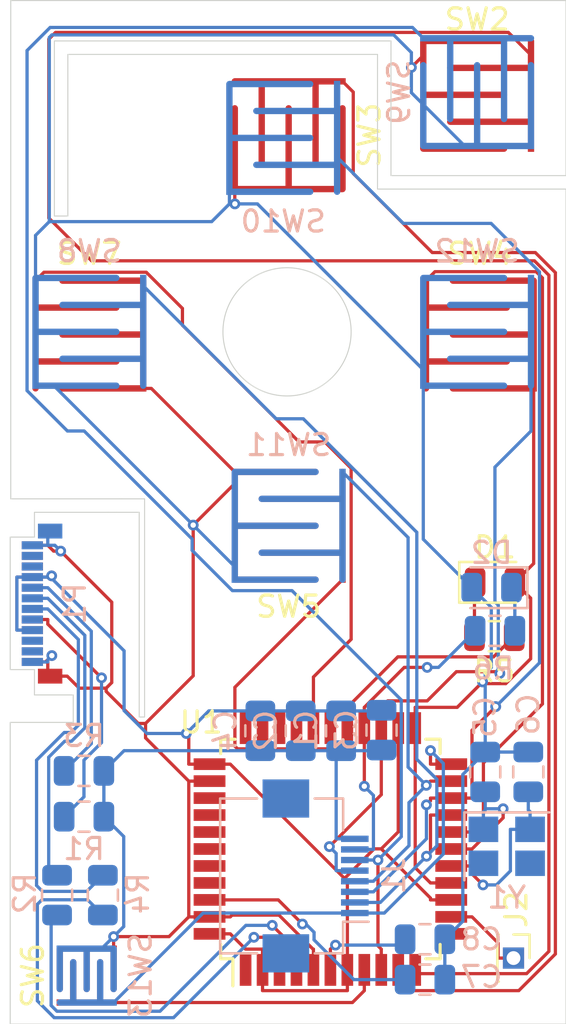
<source format=kicad_pcb>
(kicad_pcb (version 20171130) (host pcbnew "(5.1.2)-1")

  (general
    (thickness 0.1016)
    (drawings 36)
    (tracks 413)
    (zones 0)
    (modules 33)
    (nets 42)
  )

  (page A4)
  (title_block
    (title "Phone Gamepad")
    (rev v01)
    (comment 2 https://creativecommons.org/licenses/by/4.0/)
    (comment 3 "License: CC BY  4.0")
    (comment 4 "Author: Maave")
  )

  (layers
    (0 F.Cu signal)
    (31 B.Cu signal)
    (32 B.Adhes user)
    (33 F.Adhes user)
    (34 B.Paste user hide)
    (35 F.Paste user hide)
    (36 B.SilkS user)
    (37 F.SilkS user)
    (38 B.Mask user)
    (39 F.Mask user)
    (40 Dwgs.User user)
    (41 Cmts.User user)
    (42 Eco1.User user)
    (43 Eco2.User user)
    (44 Edge.Cuts user)
    (45 Margin user)
    (46 B.CrtYd user)
    (47 F.CrtYd user)
    (48 B.Fab user hide)
    (49 F.Fab user hide)
  )

  (setup
    (last_trace_width 0.1524)
    (user_trace_width 0.1524)
    (user_trace_width 0.508)
    (trace_clearance 0.1524)
    (zone_clearance 0.508)
    (zone_45_only no)
    (trace_min 0.1524)
    (via_size 0.508)
    (via_drill 0.254)
    (via_min_size 0.508)
    (via_min_drill 0.254)
    (uvia_size 0.508)
    (uvia_drill 0.254)
    (uvias_allowed no)
    (uvia_min_size 0.508)
    (uvia_min_drill 0.254)
    (edge_width 0.05)
    (segment_width 0.2)
    (pcb_text_width 0.3)
    (pcb_text_size 1.5 1.5)
    (mod_edge_width 0.12)
    (mod_text_size 1 1)
    (mod_text_width 0.15)
    (pad_size 1.524 1.524)
    (pad_drill 0.762)
    (pad_to_mask_clearance 0.0508)
    (solder_mask_min_width 0.0508)
    (aux_axis_origin 0 0)
    (visible_elements 7FFFFFFF)
    (pcbplotparams
      (layerselection 0x010fc_ffffffff)
      (usegerberextensions true)
      (usegerberattributes false)
      (usegerberadvancedattributes false)
      (creategerberjobfile false)
      (excludeedgelayer true)
      (linewidth 0.100000)
      (plotframeref false)
      (viasonmask false)
      (mode 1)
      (useauxorigin false)
      (hpglpennumber 1)
      (hpglpenspeed 20)
      (hpglpendiameter 15.000000)
      (psnegative false)
      (psa4output false)
      (plotreference true)
      (plotvalue false)
      (plotinvisibletext false)
      (padsonsilk false)
      (subtractmaskfromsilk false)
      (outputformat 1)
      (mirror false)
      (drillshape 0)
      (scaleselection 1)
      (outputdirectory "gerbers/"))
  )

  (net 0 "")
  (net 1 +5V)
  (net 2 GND)
  (net 3 "Net-(C5-Pad1)")
  (net 4 "Net-(C6-Pad1)")
  (net 5 "Net-(C7-Pad1)")
  (net 6 "Net-(C8-Pad1)")
  (net 7 "Net-(D1-Pad1)")
  (net 8 "Net-(D2-Pad1)")
  (net 9 "Net-(J2-Pad1)")
  (net 10 "Net-(P1-PadA5)")
  (net 11 "Net-(P1-PadA6)")
  (net 12 "Net-(P1-PadA7)")
  (net 13 "Net-(P1-PadB5)")
  (net 14 "Net-(R2-Pad1)")
  (net 15 "Net-(R4-Pad1)")
  (net 16 "Net-(U1-Pad1)")
  (net 17 "Net-(U1-Pad33)")
  (net 18 "Net-(U1-Pad36)")
  (net 19 "Net-(U1-Pad37)")
  (net 20 "Net-(U1-Pad38)")
  (net 21 "Net-(U1-Pad39)")
  (net 22 "Net-(U1-Pad40)")
  (net 23 "Net-(U1-Pad41)")
  (net 24 /pd0)
  (net 25 /pd1)
  (net 26 /pd2)
  (net 27 /pd3)
  (net 28 /pd4)
  (net 29 /pd5)
  (net 30 /pd6)
  (net 31 /pb6)
  (net 32 /pb0)
  (net 33 /pb1)
  (net 34 /pb2)
  (net 35 /pb3)
  (net 36 /pb4)
  (net 37 /pb5)
  (net 38 /pb7)
  (net 39 /pc6)
  (net 40 /pc7)
  (net 41 /pd7)

  (net_class Default "This is the default net class."
    (clearance 0.1524)
    (trace_width 0.1524)
    (via_dia 0.508)
    (via_drill 0.254)
    (uvia_dia 0.508)
    (uvia_drill 0.254)
    (add_net /pb0)
    (add_net /pb1)
    (add_net /pb2)
    (add_net /pb3)
    (add_net /pb4)
    (add_net /pb5)
    (add_net /pb6)
    (add_net /pb7)
    (add_net /pc6)
    (add_net /pc7)
    (add_net /pd0)
    (add_net /pd1)
    (add_net /pd2)
    (add_net /pd3)
    (add_net /pd4)
    (add_net /pd5)
    (add_net /pd6)
    (add_net /pd7)
    (add_net "Net-(C5-Pad1)")
    (add_net "Net-(C6-Pad1)")
    (add_net "Net-(C7-Pad1)")
    (add_net "Net-(C8-Pad1)")
    (add_net "Net-(D1-Pad1)")
    (add_net "Net-(D2-Pad1)")
    (add_net "Net-(J2-Pad1)")
    (add_net "Net-(P1-PadA5)")
    (add_net "Net-(P1-PadA6)")
    (add_net "Net-(P1-PadA7)")
    (add_net "Net-(P1-PadB5)")
    (add_net "Net-(R2-Pad1)")
    (add_net "Net-(R4-Pad1)")
    (add_net "Net-(U1-Pad1)")
    (add_net "Net-(U1-Pad33)")
    (add_net "Net-(U1-Pad36)")
    (add_net "Net-(U1-Pad37)")
    (add_net "Net-(U1-Pad38)")
    (add_net "Net-(U1-Pad39)")
    (add_net "Net-(U1-Pad40)")
    (add_net "Net-(U1-Pad41)")
  )

  (net_class Power ""
    (clearance 0.1524)
    (trace_width 0.508)
    (via_dia 0.508)
    (via_drill 0.254)
    (uvia_dia 0.508)
    (uvia_drill 0.254)
    (add_net +5V)
    (add_net GND)
  )

  (module Package_QFP:TQFP-44_10x10mm_P0.8mm (layer F.Cu) (tedit 5A02F146) (tstamp 5D27114D)
    (at 142.558 118.745 90)
    (descr "44-Lead Plastic Thin Quad Flatpack (PT) - 10x10x1.0 mm Body [TQFP] (see Microchip Packaging Specification 00000049BS.pdf)")
    (tags "QFP 0.8")
    (path /5CDCD708)
    (attr smd)
    (fp_text reference U1 (at 5.969 -6.096 180) (layer F.SilkS)
      (effects (font (size 1 1) (thickness 0.15)))
    )
    (fp_text value ATmega32U4-AU (at 0 7.45 90) (layer F.Fab)
      (effects (font (size 1 1) (thickness 0.15)))
    )
    (fp_text user %R (at 0 0 90) (layer F.Fab)
      (effects (font (size 1 1) (thickness 0.15)))
    )
    (fp_line (start -4 -5) (end 5 -5) (layer F.Fab) (width 0.15))
    (fp_line (start 5 -5) (end 5 5) (layer F.Fab) (width 0.15))
    (fp_line (start 5 5) (end -5 5) (layer F.Fab) (width 0.15))
    (fp_line (start -5 5) (end -5 -4) (layer F.Fab) (width 0.15))
    (fp_line (start -5 -4) (end -4 -5) (layer F.Fab) (width 0.15))
    (fp_line (start -6.7 -6.7) (end -6.7 6.7) (layer F.CrtYd) (width 0.05))
    (fp_line (start 6.7 -6.7) (end 6.7 6.7) (layer F.CrtYd) (width 0.05))
    (fp_line (start -6.7 -6.7) (end 6.7 -6.7) (layer F.CrtYd) (width 0.05))
    (fp_line (start -6.7 6.7) (end 6.7 6.7) (layer F.CrtYd) (width 0.05))
    (fp_line (start -5.175 -5.175) (end -5.175 -4.6) (layer F.SilkS) (width 0.15))
    (fp_line (start 5.175 -5.175) (end 5.175 -4.5) (layer F.SilkS) (width 0.15))
    (fp_line (start 5.175 5.175) (end 5.175 4.5) (layer F.SilkS) (width 0.15))
    (fp_line (start -5.175 5.175) (end -5.175 4.5) (layer F.SilkS) (width 0.15))
    (fp_line (start -5.175 -5.175) (end -4.5 -5.175) (layer F.SilkS) (width 0.15))
    (fp_line (start -5.175 5.175) (end -4.5 5.175) (layer F.SilkS) (width 0.15))
    (fp_line (start 5.175 5.175) (end 4.5 5.175) (layer F.SilkS) (width 0.15))
    (fp_line (start 5.175 -5.175) (end 4.5 -5.175) (layer F.SilkS) (width 0.15))
    (fp_line (start -5.175 -4.6) (end -6.45 -4.6) (layer F.SilkS) (width 0.15))
    (pad 1 smd rect (at -5.7 -4 90) (size 1.5 0.55) (layers F.Cu F.Paste F.Mask)
      (net 16 "Net-(U1-Pad1)"))
    (pad 2 smd rect (at -5.7 -3.2 90) (size 1.5 0.55) (layers F.Cu F.Paste F.Mask)
      (net 1 +5V))
    (pad 3 smd rect (at -5.7 -2.4 90) (size 1.5 0.55) (layers F.Cu F.Paste F.Mask)
      (net 15 "Net-(R4-Pad1)"))
    (pad 4 smd rect (at -5.7 -1.6 90) (size 1.5 0.55) (layers F.Cu F.Paste F.Mask)
      (net 14 "Net-(R2-Pad1)"))
    (pad 5 smd rect (at -5.7 -0.8 90) (size 1.5 0.55) (layers F.Cu F.Paste F.Mask)
      (net 2 GND))
    (pad 6 smd rect (at -5.7 0 90) (size 1.5 0.55) (layers F.Cu F.Paste F.Mask)
      (net 6 "Net-(C8-Pad1)"))
    (pad 7 smd rect (at -5.7 0.8 90) (size 1.5 0.55) (layers F.Cu F.Paste F.Mask)
      (net 1 +5V))
    (pad 8 smd rect (at -5.7 1.6 90) (size 1.5 0.55) (layers F.Cu F.Paste F.Mask)
      (net 32 /pb0))
    (pad 9 smd rect (at -5.7 2.4 90) (size 1.5 0.55) (layers F.Cu F.Paste F.Mask)
      (net 33 /pb1))
    (pad 10 smd rect (at -5.7 3.2 90) (size 1.5 0.55) (layers F.Cu F.Paste F.Mask)
      (net 34 /pb2))
    (pad 11 smd rect (at -5.7 4 90) (size 1.5 0.55) (layers F.Cu F.Paste F.Mask)
      (net 35 /pb3))
    (pad 12 smd rect (at -4 5.7 180) (size 1.5 0.55) (layers F.Cu F.Paste F.Mask)
      (net 38 /pb7))
    (pad 13 smd rect (at -3.2 5.7 180) (size 1.5 0.55) (layers F.Cu F.Paste F.Mask)
      (net 9 "Net-(J2-Pad1)"))
    (pad 14 smd rect (at -2.4 5.7 180) (size 1.5 0.55) (layers F.Cu F.Paste F.Mask)
      (net 1 +5V))
    (pad 15 smd rect (at -1.6 5.7 180) (size 1.5 0.55) (layers F.Cu F.Paste F.Mask)
      (net 2 GND))
    (pad 16 smd rect (at -0.8 5.7 180) (size 1.5 0.55) (layers F.Cu F.Paste F.Mask)
      (net 4 "Net-(C6-Pad1)"))
    (pad 17 smd rect (at 0 5.7 180) (size 1.5 0.55) (layers F.Cu F.Paste F.Mask)
      (net 3 "Net-(C5-Pad1)"))
    (pad 18 smd rect (at 0.8 5.7 180) (size 1.5 0.55) (layers F.Cu F.Paste F.Mask)
      (net 24 /pd0))
    (pad 19 smd rect (at 1.6 5.7 180) (size 1.5 0.55) (layers F.Cu F.Paste F.Mask)
      (net 25 /pd1))
    (pad 20 smd rect (at 2.4 5.7 180) (size 1.5 0.55) (layers F.Cu F.Paste F.Mask)
      (net 26 /pd2))
    (pad 21 smd rect (at 3.2 5.7 180) (size 1.5 0.55) (layers F.Cu F.Paste F.Mask)
      (net 27 /pd3))
    (pad 22 smd rect (at 4 5.7 180) (size 1.5 0.55) (layers F.Cu F.Paste F.Mask)
      (net 29 /pd5))
    (pad 23 smd rect (at 5.7 4 90) (size 1.5 0.55) (layers F.Cu F.Paste F.Mask)
      (net 2 GND))
    (pad 24 smd rect (at 5.7 3.2 90) (size 1.5 0.55) (layers F.Cu F.Paste F.Mask)
      (net 1 +5V))
    (pad 25 smd rect (at 5.7 2.4 90) (size 1.5 0.55) (layers F.Cu F.Paste F.Mask)
      (net 28 /pd4))
    (pad 26 smd rect (at 5.7 1.6 90) (size 1.5 0.55) (layers F.Cu F.Paste F.Mask)
      (net 30 /pd6))
    (pad 27 smd rect (at 5.7 0.8 90) (size 1.5 0.55) (layers F.Cu F.Paste F.Mask)
      (net 41 /pd7))
    (pad 28 smd rect (at 5.7 0 90) (size 1.5 0.55) (layers F.Cu F.Paste F.Mask)
      (net 36 /pb4))
    (pad 29 smd rect (at 5.7 -0.8 90) (size 1.5 0.55) (layers F.Cu F.Paste F.Mask)
      (net 37 /pb5))
    (pad 30 smd rect (at 5.7 -1.6 90) (size 1.5 0.55) (layers F.Cu F.Paste F.Mask)
      (net 31 /pb6))
    (pad 31 smd rect (at 5.7 -2.4 90) (size 1.5 0.55) (layers F.Cu F.Paste F.Mask)
      (net 39 /pc6))
    (pad 32 smd rect (at 5.7 -3.2 90) (size 1.5 0.55) (layers F.Cu F.Paste F.Mask)
      (net 40 /pc7))
    (pad 33 smd rect (at 5.7 -4 90) (size 1.5 0.55) (layers F.Cu F.Paste F.Mask)
      (net 17 "Net-(U1-Pad33)"))
    (pad 34 smd rect (at 4 -5.7 180) (size 1.5 0.55) (layers F.Cu F.Paste F.Mask)
      (net 1 +5V))
    (pad 35 smd rect (at 3.2 -5.7 180) (size 1.5 0.55) (layers F.Cu F.Paste F.Mask)
      (net 2 GND))
    (pad 36 smd rect (at 2.4 -5.7 180) (size 1.5 0.55) (layers F.Cu F.Paste F.Mask)
      (net 18 "Net-(U1-Pad36)"))
    (pad 37 smd rect (at 1.6 -5.7 180) (size 1.5 0.55) (layers F.Cu F.Paste F.Mask)
      (net 19 "Net-(U1-Pad37)"))
    (pad 38 smd rect (at 0.8 -5.7 180) (size 1.5 0.55) (layers F.Cu F.Paste F.Mask)
      (net 20 "Net-(U1-Pad38)"))
    (pad 39 smd rect (at 0 -5.7 180) (size 1.5 0.55) (layers F.Cu F.Paste F.Mask)
      (net 21 "Net-(U1-Pad39)"))
    (pad 40 smd rect (at -0.8 -5.7 180) (size 1.5 0.55) (layers F.Cu F.Paste F.Mask)
      (net 22 "Net-(U1-Pad40)"))
    (pad 41 smd rect (at -1.6 -5.7 180) (size 1.5 0.55) (layers F.Cu F.Paste F.Mask)
      (net 23 "Net-(U1-Pad41)"))
    (pad 42 smd rect (at -2.4 -5.7 180) (size 1.5 0.55) (layers F.Cu F.Paste F.Mask)
      (net 5 "Net-(C7-Pad1)"))
    (pad 43 smd rect (at -3.2 -5.7 180) (size 1.5 0.55) (layers F.Cu F.Paste F.Mask)
      (net 2 GND))
    (pad 44 smd rect (at -4 -5.7 180) (size 1.5 0.55) (layers F.Cu F.Paste F.Mask)
      (net 1 +5V))
    (model ${KISYS3DMOD}/Package_QFP.3dshapes/TQFP-44_10x10mm_P0.8mm.wrl
      (at (xyz 0 0 0))
      (scale (xyz 1 1 1))
      (rotate (xyz 0 0 0))
    )
  )

  (module "Button Contacts:Contact2" (layer F.Cu) (tedit 5CEDE13F) (tstamp 5CEE0FAC)
    (at 131.064 124.714 270)
    (path /5CE3C552)
    (attr smd)
    (fp_text reference SW6 (at 0 2.54 90) (layer F.SilkS)
      (effects (font (size 1 1) (thickness 0.15)))
    )
    (fp_text value Start (at 0 -2.54 90) (layer F.Fab)
      (effects (font (size 1 1) (thickness 0.15)))
    )
    (pad 2 connect custom (at -1.27 -1.27 270) (size 0.3 0.3) (layers F.Cu F.Mask)
      (net 2 GND)
      (options (clearance outline) (anchor rect))
      (primitives
        (gr_line (start 0 2.54) (end 1.905 2.54) (width 0.3))
        (gr_line (start 0 0) (end 1.905 0) (width 0.3))
        (gr_line (start 0 1.27) (end 1.905 1.27) (width 0.3))
        (gr_line (start 0 0) (end 0 2.54) (width 0.3))
      ))
    (pad 1 connect custom (at 1.27 1.27 270) (size 0.3 0.3) (layers F.Cu F.Mask)
      (net 32 /pb0)
      (options (clearance outline) (anchor rect))
      (primitives
        (gr_line (start -1.905 -0.635) (end 0 -0.635) (width 0.3))
        (gr_line (start 0 -1.905) (end -1.905 -1.905) (width 0.3))
        (gr_line (start 0 -2.54) (end 0 0) (width 0.3))
      ))
  )

  (module "Button Contacts:Contact1" (layer F.Cu) (tedit 5CEC6D4D) (tstamp 5CE79F47)
    (at 149.479 83.185)
    (path /5CE355F4)
    (attr smd)
    (fp_text reference SW2 (at 0 -3.556) (layer F.SilkS)
      (effects (font (size 1 1) (thickness 0.15)))
    )
    (fp_text value R (at 0 -3.81) (layer F.Fab)
      (effects (font (size 1 1) (thickness 0.15)))
    )
    (pad 2 connect custom (at -2.54 -2.54) (size 0.3 0.3) (layers F.Cu F.Mask)
      (net 2 GND) (zone_connect 0)
      (options (clearance outline) (anchor rect))
      (primitives
        (gr_line (start 0 2.54) (end 3.81 2.54) (width 0.3))
        (gr_line (start 0 0) (end 0 5.08) (width 0.3))
        (gr_line (start 0 5.08) (end 3.81 5.08) (width 0.3))
        (gr_line (start 3.81 0) (end 0 0) (width 0.3))
      ))
    (pad 1 connect custom (at 2.54 2.54) (size 0.3 0.3) (layers F.Cu F.Mask)
      (net 35 /pb3) (zone_connect 0)
      (options (clearance outline) (anchor rect))
      (primitives
        (gr_line (start 0 -5.08) (end 0 0) (width 0.3))
        (gr_line (start 0 -1.27) (end -3.81 -1.27) (width 0.3))
        (gr_line (start 0 -3.81) (end -3.81 -3.81) (width 0.3))
      ))
  )

  (module "Button Contacts:Contact1" (layer B.Cu) (tedit 5CEC6D4D) (tstamp 5CE79F71)
    (at 149.479 83.058 90)
    (path /5CF13385)
    (attr smd)
    (fp_text reference SW9 (at 0 -3.683 90) (layer B.SilkS)
      (effects (font (size 1 1) (thickness 0.15)) (justify mirror))
    )
    (fp_text value L (at 0 3.81 90) (layer B.Fab)
      (effects (font (size 1 1) (thickness 0.15)) (justify mirror))
    )
    (pad 2 connect custom (at -2.54 2.54 90) (size 0.3 0.3) (layers B.Cu B.Mask)
      (net 2 GND) (zone_connect 0)
      (options (clearance outline) (anchor rect))
      (primitives
        (gr_line (start 0 -2.54) (end 3.81 -2.54) (width 0.3))
        (gr_line (start 0 0) (end 0 -5.08) (width 0.3))
        (gr_line (start 0 -5.08) (end 3.81 -5.08) (width 0.3))
        (gr_line (start 3.81 0) (end 0 0) (width 0.3))
      ))
    (pad 1 connect custom (at 2.54 -2.54 90) (size 0.3 0.3) (layers B.Cu B.Mask)
      (net 33 /pb1) (zone_connect 0)
      (options (clearance outline) (anchor rect))
      (primitives
        (gr_line (start 0 5.08) (end 0 0) (width 0.3))
        (gr_line (start 0 1.27) (end -3.81 1.27) (width 0.3))
        (gr_line (start 0 3.81) (end -3.81 3.81) (width 0.3))
      ))
  )

  (module Connector_PinHeader_1.27mm:PinHeader_1x01_P1.27mm_Vertical (layer F.Cu) (tedit 59FED6E3) (tstamp 5CF58A96)
    (at 151.194 123.888 270)
    (descr "Through hole straight pin header, 1x01, 1.27mm pitch, single row")
    (tags "Through hole pin header THT 1x01 1.27mm single row")
    (path /5CF75073)
    (fp_text reference J2 (at -2.286 -0.127 90) (layer F.SilkS)
      (effects (font (size 1 1) (thickness 0.15)))
    )
    (fp_text value Conn_01x01 (at 0 1.695 90) (layer F.Fab)
      (effects (font (size 1 1) (thickness 0.15)))
    )
    (fp_line (start -0.525 -0.635) (end 1.05 -0.635) (layer F.Fab) (width 0.1))
    (fp_line (start 1.05 -0.635) (end 1.05 0.635) (layer F.Fab) (width 0.1))
    (fp_line (start 1.05 0.635) (end -1.05 0.635) (layer F.Fab) (width 0.1))
    (fp_line (start -1.05 0.635) (end -1.05 -0.11) (layer F.Fab) (width 0.1))
    (fp_line (start -1.05 -0.11) (end -0.525 -0.635) (layer F.Fab) (width 0.1))
    (fp_line (start -1.11 0.76) (end 1.11 0.76) (layer F.SilkS) (width 0.12))
    (fp_line (start -1.11 0.76) (end -1.11 0.695) (layer F.SilkS) (width 0.12))
    (fp_line (start 1.11 0.76) (end 1.11 0.695) (layer F.SilkS) (width 0.12))
    (fp_line (start -1.11 0.76) (end -0.563471 0.76) (layer F.SilkS) (width 0.12))
    (fp_line (start 0.563471 0.76) (end 1.11 0.76) (layer F.SilkS) (width 0.12))
    (fp_line (start -1.11 0) (end -1.11 -0.76) (layer F.SilkS) (width 0.12))
    (fp_line (start -1.11 -0.76) (end 0 -0.76) (layer F.SilkS) (width 0.12))
    (fp_line (start -1.55 -1.15) (end -1.55 1.15) (layer F.CrtYd) (width 0.05))
    (fp_line (start -1.55 1.15) (end 1.55 1.15) (layer F.CrtYd) (width 0.05))
    (fp_line (start 1.55 1.15) (end 1.55 -1.15) (layer F.CrtYd) (width 0.05))
    (fp_line (start 1.55 -1.15) (end -1.55 -1.15) (layer F.CrtYd) (width 0.05))
    (pad 1 thru_hole rect (at 0 0 270) (size 1 1) (drill 0.65) (layers *.Cu *.Mask)
      (net 9 "Net-(J2-Pad1)"))
    (model ${KISYS3DMOD}/Connector_PinHeader_1.27mm.3dshapes/PinHeader_1x01_P1.27mm_Vertical.wrl
      (at (xyz 0 0 0))
      (scale (xyz 1 1 1))
      (rotate (xyz 0 0 0))
    )
  )

  (module Capacitor_SMD:C_0805_2012Metric (layer B.Cu) (tedit 5B36C52B) (tstamp 5D2A2CD3)
    (at 143.066 113.172 270)
    (descr "Capacitor SMD 0805 (2012 Metric), square (rectangular) end terminal, IPC_7351 nominal, (Body size source: https://docs.google.com/spreadsheets/d/1BsfQQcO9C6DZCsRaXUlFlo91Tg2WpOkGARC1WS5S8t0/edit?usp=sharing), generated with kicad-footprint-generator")
    (tags capacitor)
    (path /5CE336BE)
    (attr smd)
    (fp_text reference C1 (at 0 1.65 90) (layer B.SilkS)
      (effects (font (size 1 1) (thickness 0.15)) (justify mirror))
    )
    (fp_text value 0.1uF (at 0 -1.65 90) (layer B.Fab)
      (effects (font (size 1 1) (thickness 0.15)) (justify mirror))
    )
    (fp_line (start -1 -0.6) (end -1 0.6) (layer B.Fab) (width 0.1))
    (fp_line (start -1 0.6) (end 1 0.6) (layer B.Fab) (width 0.1))
    (fp_line (start 1 0.6) (end 1 -0.6) (layer B.Fab) (width 0.1))
    (fp_line (start 1 -0.6) (end -1 -0.6) (layer B.Fab) (width 0.1))
    (fp_line (start -0.258578 0.71) (end 0.258578 0.71) (layer B.SilkS) (width 0.12))
    (fp_line (start -0.258578 -0.71) (end 0.258578 -0.71) (layer B.SilkS) (width 0.12))
    (fp_line (start -1.68 -0.95) (end -1.68 0.95) (layer B.CrtYd) (width 0.05))
    (fp_line (start -1.68 0.95) (end 1.68 0.95) (layer B.CrtYd) (width 0.05))
    (fp_line (start 1.68 0.95) (end 1.68 -0.95) (layer B.CrtYd) (width 0.05))
    (fp_line (start 1.68 -0.95) (end -1.68 -0.95) (layer B.CrtYd) (width 0.05))
    (fp_text user %R (at 0 0 90) (layer B.Fab)
      (effects (font (size 0.5 0.5) (thickness 0.08)) (justify mirror))
    )
    (pad 1 smd roundrect (at -0.9375 0 270) (size 0.975 1.4) (layers B.Cu B.Paste B.Mask) (roundrect_rratio 0.25)
      (net 1 +5V))
    (pad 2 smd roundrect (at 0.9375 0 270) (size 0.975 1.4) (layers B.Cu B.Paste B.Mask) (roundrect_rratio 0.25)
      (net 2 GND))
    (model ${KISYS3DMOD}/Capacitor_SMD.3dshapes/C_0805_2012Metric.wrl
      (at (xyz 0 0 0))
      (scale (xyz 1 1 1))
      (rotate (xyz 0 0 0))
    )
  )

  (module Capacitor_SMD:C_0805_2012Metric (layer B.Cu) (tedit 5B36C52B) (tstamp 5D2A2D03)
    (at 141.16 113.172 270)
    (descr "Capacitor SMD 0805 (2012 Metric), square (rectangular) end terminal, IPC_7351 nominal, (Body size source: https://docs.google.com/spreadsheets/d/1BsfQQcO9C6DZCsRaXUlFlo91Tg2WpOkGARC1WS5S8t0/edit?usp=sharing), generated with kicad-footprint-generator")
    (tags capacitor)
    (path /5CE35BE6)
    (attr smd)
    (fp_text reference C2 (at 0 1.65 90) (layer B.SilkS)
      (effects (font (size 1 1) (thickness 0.15)) (justify mirror))
    )
    (fp_text value 0.1uF (at 0 -1.65 90) (layer B.Fab)
      (effects (font (size 1 1) (thickness 0.15)) (justify mirror))
    )
    (fp_line (start -1 -0.6) (end -1 0.6) (layer B.Fab) (width 0.1))
    (fp_line (start -1 0.6) (end 1 0.6) (layer B.Fab) (width 0.1))
    (fp_line (start 1 0.6) (end 1 -0.6) (layer B.Fab) (width 0.1))
    (fp_line (start 1 -0.6) (end -1 -0.6) (layer B.Fab) (width 0.1))
    (fp_line (start -0.258578 0.71) (end 0.258578 0.71) (layer B.SilkS) (width 0.12))
    (fp_line (start -0.258578 -0.71) (end 0.258578 -0.71) (layer B.SilkS) (width 0.12))
    (fp_line (start -1.68 -0.95) (end -1.68 0.95) (layer B.CrtYd) (width 0.05))
    (fp_line (start -1.68 0.95) (end 1.68 0.95) (layer B.CrtYd) (width 0.05))
    (fp_line (start 1.68 0.95) (end 1.68 -0.95) (layer B.CrtYd) (width 0.05))
    (fp_line (start 1.68 -0.95) (end -1.68 -0.95) (layer B.CrtYd) (width 0.05))
    (fp_text user %R (at 0 0 90) (layer B.Fab)
      (effects (font (size 0.5 0.5) (thickness 0.08)) (justify mirror))
    )
    (pad 1 smd roundrect (at -0.9375 0 270) (size 0.975 1.4) (layers B.Cu B.Paste B.Mask) (roundrect_rratio 0.25)
      (net 1 +5V))
    (pad 2 smd roundrect (at 0.9375 0 270) (size 0.975 1.4) (layers B.Cu B.Paste B.Mask) (roundrect_rratio 0.25)
      (net 2 GND))
    (model ${KISYS3DMOD}/Capacitor_SMD.3dshapes/C_0805_2012Metric.wrl
      (at (xyz 0 0 0))
      (scale (xyz 1 1 1))
      (rotate (xyz 0 0 0))
    )
  )

  (module Capacitor_SMD:C_0805_2012Metric (layer B.Cu) (tedit 5B36C52B) (tstamp 5D2A2C73)
    (at 144.97 113.142 270)
    (descr "Capacitor SMD 0805 (2012 Metric), square (rectangular) end terminal, IPC_7351 nominal, (Body size source: https://docs.google.com/spreadsheets/d/1BsfQQcO9C6DZCsRaXUlFlo91Tg2WpOkGARC1WS5S8t0/edit?usp=sharing), generated with kicad-footprint-generator")
    (tags capacitor)
    (path /5CE36419)
    (attr smd)
    (fp_text reference C3 (at 0 1.65 90) (layer B.SilkS)
      (effects (font (size 1 1) (thickness 0.15)) (justify mirror))
    )
    (fp_text value 0.1uF (at 0 -1.65 90) (layer B.Fab)
      (effects (font (size 1 1) (thickness 0.15)) (justify mirror))
    )
    (fp_line (start -1 -0.6) (end -1 0.6) (layer B.Fab) (width 0.1))
    (fp_line (start -1 0.6) (end 1 0.6) (layer B.Fab) (width 0.1))
    (fp_line (start 1 0.6) (end 1 -0.6) (layer B.Fab) (width 0.1))
    (fp_line (start 1 -0.6) (end -1 -0.6) (layer B.Fab) (width 0.1))
    (fp_line (start -0.258578 0.71) (end 0.258578 0.71) (layer B.SilkS) (width 0.12))
    (fp_line (start -0.258578 -0.71) (end 0.258578 -0.71) (layer B.SilkS) (width 0.12))
    (fp_line (start -1.68 -0.95) (end -1.68 0.95) (layer B.CrtYd) (width 0.05))
    (fp_line (start -1.68 0.95) (end 1.68 0.95) (layer B.CrtYd) (width 0.05))
    (fp_line (start 1.68 0.95) (end 1.68 -0.95) (layer B.CrtYd) (width 0.05))
    (fp_line (start 1.68 -0.95) (end -1.68 -0.95) (layer B.CrtYd) (width 0.05))
    (fp_text user %R (at 0 0 90) (layer B.Fab)
      (effects (font (size 0.5 0.5) (thickness 0.08)) (justify mirror))
    )
    (pad 1 smd roundrect (at -0.9375 0 270) (size 0.975 1.4) (layers B.Cu B.Paste B.Mask) (roundrect_rratio 0.25)
      (net 1 +5V))
    (pad 2 smd roundrect (at 0.9375 0 270) (size 0.975 1.4) (layers B.Cu B.Paste B.Mask) (roundrect_rratio 0.25)
      (net 2 GND))
    (model ${KISYS3DMOD}/Capacitor_SMD.3dshapes/C_0805_2012Metric.wrl
      (at (xyz 0 0 0))
      (scale (xyz 1 1 1))
      (rotate (xyz 0 0 0))
    )
  )

  (module Capacitor_SMD:C_0805_2012Metric (layer B.Cu) (tedit 5B36C52B) (tstamp 5D2A2CA3)
    (at 139.256 113.172 270)
    (descr "Capacitor SMD 0805 (2012 Metric), square (rectangular) end terminal, IPC_7351 nominal, (Body size source: https://docs.google.com/spreadsheets/d/1BsfQQcO9C6DZCsRaXUlFlo91Tg2WpOkGARC1WS5S8t0/edit?usp=sharing), generated with kicad-footprint-generator")
    (tags capacitor)
    (path /5CE34260)
    (attr smd)
    (fp_text reference C4 (at 0 1.65 90) (layer B.SilkS)
      (effects (font (size 1 1) (thickness 0.15)) (justify mirror))
    )
    (fp_text value 1uF (at 0 -1.65 90) (layer B.Fab)
      (effects (font (size 1 1) (thickness 0.15)) (justify mirror))
    )
    (fp_line (start -1 -0.6) (end -1 0.6) (layer B.Fab) (width 0.1))
    (fp_line (start -1 0.6) (end 1 0.6) (layer B.Fab) (width 0.1))
    (fp_line (start 1 0.6) (end 1 -0.6) (layer B.Fab) (width 0.1))
    (fp_line (start 1 -0.6) (end -1 -0.6) (layer B.Fab) (width 0.1))
    (fp_line (start -0.258578 0.71) (end 0.258578 0.71) (layer B.SilkS) (width 0.12))
    (fp_line (start -0.258578 -0.71) (end 0.258578 -0.71) (layer B.SilkS) (width 0.12))
    (fp_line (start -1.68 -0.95) (end -1.68 0.95) (layer B.CrtYd) (width 0.05))
    (fp_line (start -1.68 0.95) (end 1.68 0.95) (layer B.CrtYd) (width 0.05))
    (fp_line (start 1.68 0.95) (end 1.68 -0.95) (layer B.CrtYd) (width 0.05))
    (fp_line (start 1.68 -0.95) (end -1.68 -0.95) (layer B.CrtYd) (width 0.05))
    (fp_text user %R (at 0 0 90) (layer B.Fab)
      (effects (font (size 0.5 0.5) (thickness 0.08)) (justify mirror))
    )
    (pad 1 smd roundrect (at -0.9375 0 270) (size 0.975 1.4) (layers B.Cu B.Paste B.Mask) (roundrect_rratio 0.25)
      (net 1 +5V))
    (pad 2 smd roundrect (at 0.9375 0 270) (size 0.975 1.4) (layers B.Cu B.Paste B.Mask) (roundrect_rratio 0.25)
      (net 2 GND))
    (model ${KISYS3DMOD}/Capacitor_SMD.3dshapes/C_0805_2012Metric.wrl
      (at (xyz 0 0 0))
      (scale (xyz 1 1 1))
      (rotate (xyz 0 0 0))
    )
  )

  (module Capacitor_SMD:C_0805_2012Metric (layer B.Cu) (tedit 5B36C52B) (tstamp 5CF0AD2C)
    (at 149.86 115.111 90)
    (descr "Capacitor SMD 0805 (2012 Metric), square (rectangular) end terminal, IPC_7351 nominal, (Body size source: https://docs.google.com/spreadsheets/d/1BsfQQcO9C6DZCsRaXUlFlo91Tg2WpOkGARC1WS5S8t0/edit?usp=sharing), generated with kicad-footprint-generator")
    (tags capacitor)
    (path /5CE36ECF)
    (attr smd)
    (fp_text reference C5 (at 2.589 0 270) (layer B.SilkS)
      (effects (font (size 1 1) (thickness 0.15)) (justify mirror))
    )
    (fp_text value 10pF (at 0 -1.65 270) (layer B.Fab)
      (effects (font (size 1 1) (thickness 0.15)) (justify mirror))
    )
    (fp_text user %R (at 0 0 270) (layer B.Fab)
      (effects (font (size 0.5 0.5) (thickness 0.08)) (justify mirror))
    )
    (fp_line (start 1.68 -0.95) (end -1.68 -0.95) (layer B.CrtYd) (width 0.05))
    (fp_line (start 1.68 0.95) (end 1.68 -0.95) (layer B.CrtYd) (width 0.05))
    (fp_line (start -1.68 0.95) (end 1.68 0.95) (layer B.CrtYd) (width 0.05))
    (fp_line (start -1.68 -0.95) (end -1.68 0.95) (layer B.CrtYd) (width 0.05))
    (fp_line (start -0.258578 -0.71) (end 0.258578 -0.71) (layer B.SilkS) (width 0.12))
    (fp_line (start -0.258578 0.71) (end 0.258578 0.71) (layer B.SilkS) (width 0.12))
    (fp_line (start 1 -0.6) (end -1 -0.6) (layer B.Fab) (width 0.1))
    (fp_line (start 1 0.6) (end 1 -0.6) (layer B.Fab) (width 0.1))
    (fp_line (start -1 0.6) (end 1 0.6) (layer B.Fab) (width 0.1))
    (fp_line (start -1 -0.6) (end -1 0.6) (layer B.Fab) (width 0.1))
    (pad 2 smd roundrect (at 0.9375 0 90) (size 0.975 1.4) (layers B.Cu B.Paste B.Mask) (roundrect_rratio 0.25)
      (net 2 GND))
    (pad 1 smd roundrect (at -0.9375 0 90) (size 0.975 1.4) (layers B.Cu B.Paste B.Mask) (roundrect_rratio 0.25)
      (net 3 "Net-(C5-Pad1)"))
    (model ${KISYS3DMOD}/Capacitor_SMD.3dshapes/C_0805_2012Metric.wrl
      (at (xyz 0 0 0))
      (scale (xyz 1 1 1))
      (rotate (xyz 0 0 0))
    )
  )

  (module Capacitor_SMD:C_0805_2012Metric (layer B.Cu) (tedit 5B36C52B) (tstamp 5CF0AE1C)
    (at 151.892 115.111 90)
    (descr "Capacitor SMD 0805 (2012 Metric), square (rectangular) end terminal, IPC_7351 nominal, (Body size source: https://docs.google.com/spreadsheets/d/1BsfQQcO9C6DZCsRaXUlFlo91Tg2WpOkGARC1WS5S8t0/edit?usp=sharing), generated with kicad-footprint-generator")
    (tags capacitor)
    (path /5CE373C9)
    (attr smd)
    (fp_text reference C6 (at 2.716 0 270) (layer B.SilkS)
      (effects (font (size 1 1) (thickness 0.15)) (justify mirror))
    )
    (fp_text value 10pF (at 0 -1.65 270) (layer B.Fab)
      (effects (font (size 1 1) (thickness 0.15)) (justify mirror))
    )
    (fp_text user %R (at 0 0 270) (layer B.Fab)
      (effects (font (size 0.5 0.5) (thickness 0.08)) (justify mirror))
    )
    (fp_line (start 1.68 -0.95) (end -1.68 -0.95) (layer B.CrtYd) (width 0.05))
    (fp_line (start 1.68 0.95) (end 1.68 -0.95) (layer B.CrtYd) (width 0.05))
    (fp_line (start -1.68 0.95) (end 1.68 0.95) (layer B.CrtYd) (width 0.05))
    (fp_line (start -1.68 -0.95) (end -1.68 0.95) (layer B.CrtYd) (width 0.05))
    (fp_line (start -0.258578 -0.71) (end 0.258578 -0.71) (layer B.SilkS) (width 0.12))
    (fp_line (start -0.258578 0.71) (end 0.258578 0.71) (layer B.SilkS) (width 0.12))
    (fp_line (start 1 -0.6) (end -1 -0.6) (layer B.Fab) (width 0.1))
    (fp_line (start 1 0.6) (end 1 -0.6) (layer B.Fab) (width 0.1))
    (fp_line (start -1 0.6) (end 1 0.6) (layer B.Fab) (width 0.1))
    (fp_line (start -1 -0.6) (end -1 0.6) (layer B.Fab) (width 0.1))
    (pad 2 smd roundrect (at 0.9375 0 90) (size 0.975 1.4) (layers B.Cu B.Paste B.Mask) (roundrect_rratio 0.25)
      (net 2 GND))
    (pad 1 smd roundrect (at -0.9375 0 90) (size 0.975 1.4) (layers B.Cu B.Paste B.Mask) (roundrect_rratio 0.25)
      (net 4 "Net-(C6-Pad1)"))
    (model ${KISYS3DMOD}/Capacitor_SMD.3dshapes/C_0805_2012Metric.wrl
      (at (xyz 0 0 0))
      (scale (xyz 1 1 1))
      (rotate (xyz 0 0 0))
    )
  )

  (module Capacitor_SMD:C_0805_2012Metric (layer B.Cu) (tedit 5B36C52B) (tstamp 5CF0ADEC)
    (at 147.018 124.904)
    (descr "Capacitor SMD 0805 (2012 Metric), square (rectangular) end terminal, IPC_7351 nominal, (Body size source: https://docs.google.com/spreadsheets/d/1BsfQQcO9C6DZCsRaXUlFlo91Tg2WpOkGARC1WS5S8t0/edit?usp=sharing), generated with kicad-footprint-generator")
    (tags capacitor)
    (path /5CE3DF92)
    (attr smd)
    (fp_text reference C7 (at 2.667 -0.127 180) (layer B.SilkS)
      (effects (font (size 1 1) (thickness 0.15)) (justify mirror))
    )
    (fp_text value 0.1uF (at 0 -1.65 180) (layer B.Fab)
      (effects (font (size 1 1) (thickness 0.15)) (justify mirror))
    )
    (fp_line (start -1 -0.6) (end -1 0.6) (layer B.Fab) (width 0.1))
    (fp_line (start -1 0.6) (end 1 0.6) (layer B.Fab) (width 0.1))
    (fp_line (start 1 0.6) (end 1 -0.6) (layer B.Fab) (width 0.1))
    (fp_line (start 1 -0.6) (end -1 -0.6) (layer B.Fab) (width 0.1))
    (fp_line (start -0.258578 0.71) (end 0.258578 0.71) (layer B.SilkS) (width 0.12))
    (fp_line (start -0.258578 -0.71) (end 0.258578 -0.71) (layer B.SilkS) (width 0.12))
    (fp_line (start -1.68 -0.95) (end -1.68 0.95) (layer B.CrtYd) (width 0.05))
    (fp_line (start -1.68 0.95) (end 1.68 0.95) (layer B.CrtYd) (width 0.05))
    (fp_line (start 1.68 0.95) (end 1.68 -0.95) (layer B.CrtYd) (width 0.05))
    (fp_line (start 1.68 -0.95) (end -1.68 -0.95) (layer B.CrtYd) (width 0.05))
    (fp_text user %R (at 0 0 180) (layer B.Fab)
      (effects (font (size 0.5 0.5) (thickness 0.08)) (justify mirror))
    )
    (pad 1 smd roundrect (at -0.9375 0) (size 0.975 1.4) (layers B.Cu B.Paste B.Mask) (roundrect_rratio 0.25)
      (net 5 "Net-(C7-Pad1)"))
    (pad 2 smd roundrect (at 0.9375 0) (size 0.975 1.4) (layers B.Cu B.Paste B.Mask) (roundrect_rratio 0.25)
      (net 2 GND))
    (model ${KISYS3DMOD}/Capacitor_SMD.3dshapes/C_0805_2012Metric.wrl
      (at (xyz 0 0 0))
      (scale (xyz 1 1 1))
      (rotate (xyz 0 0 0))
    )
  )

  (module Capacitor_SMD:C_0805_2012Metric (layer B.Cu) (tedit 5B36C52B) (tstamp 5D29021A)
    (at 147.018 123)
    (descr "Capacitor SMD 0805 (2012 Metric), square (rectangular) end terminal, IPC_7351 nominal, (Body size source: https://docs.google.com/spreadsheets/d/1BsfQQcO9C6DZCsRaXUlFlo91Tg2WpOkGARC1WS5S8t0/edit?usp=sharing), generated with kicad-footprint-generator")
    (tags capacitor)
    (path /5CE37ACD)
    (attr smd)
    (fp_text reference C8 (at 2.667 0) (layer B.SilkS)
      (effects (font (size 1 1) (thickness 0.15)) (justify mirror))
    )
    (fp_text value 1uF (at 0 -1.65) (layer B.Fab)
      (effects (font (size 1 1) (thickness 0.15)) (justify mirror))
    )
    (fp_text user %R (at 0 0) (layer B.Fab)
      (effects (font (size 0.5 0.5) (thickness 0.08)) (justify mirror))
    )
    (fp_line (start 1.68 -0.95) (end -1.68 -0.95) (layer B.CrtYd) (width 0.05))
    (fp_line (start 1.68 0.95) (end 1.68 -0.95) (layer B.CrtYd) (width 0.05))
    (fp_line (start -1.68 0.95) (end 1.68 0.95) (layer B.CrtYd) (width 0.05))
    (fp_line (start -1.68 -0.95) (end -1.68 0.95) (layer B.CrtYd) (width 0.05))
    (fp_line (start -0.258578 -0.71) (end 0.258578 -0.71) (layer B.SilkS) (width 0.12))
    (fp_line (start -0.258578 0.71) (end 0.258578 0.71) (layer B.SilkS) (width 0.12))
    (fp_line (start 1 -0.6) (end -1 -0.6) (layer B.Fab) (width 0.1))
    (fp_line (start 1 0.6) (end 1 -0.6) (layer B.Fab) (width 0.1))
    (fp_line (start -1 0.6) (end 1 0.6) (layer B.Fab) (width 0.1))
    (fp_line (start -1 -0.6) (end -1 0.6) (layer B.Fab) (width 0.1))
    (pad 2 smd roundrect (at 0.9375 0) (size 0.975 1.4) (layers B.Cu B.Paste B.Mask) (roundrect_rratio 0.25)
      (net 2 GND))
    (pad 1 smd roundrect (at -0.9375 0) (size 0.975 1.4) (layers B.Cu B.Paste B.Mask) (roundrect_rratio 0.25)
      (net 6 "Net-(C8-Pad1)"))
    (model ${KISYS3DMOD}/Capacitor_SMD.3dshapes/C_0805_2012Metric.wrl
      (at (xyz 0 0 0))
      (scale (xyz 1 1 1))
      (rotate (xyz 0 0 0))
    )
  )

  (module LED_SMD:LED_0805_2012Metric (layer F.Cu) (tedit 5B36C52C) (tstamp 5CF58DCD)
    (at 150.32 106.172)
    (descr "LED SMD 0805 (2012 Metric), square (rectangular) end terminal, IPC_7351 nominal, (Body size source: https://docs.google.com/spreadsheets/d/1BsfQQcO9C6DZCsRaXUlFlo91Tg2WpOkGARC1WS5S8t0/edit?usp=sharing), generated with kicad-footprint-generator")
    (tags diode)
    (path /5CF29503)
    (attr smd)
    (fp_text reference D1 (at 0 -1.65) (layer F.SilkS)
      (effects (font (size 1 1) (thickness 0.15)))
    )
    (fp_text value LED (at 0 1.65) (layer F.Fab)
      (effects (font (size 1 1) (thickness 0.15)))
    )
    (fp_line (start 1 -0.6) (end -0.7 -0.6) (layer F.Fab) (width 0.1))
    (fp_line (start -0.7 -0.6) (end -1 -0.3) (layer F.Fab) (width 0.1))
    (fp_line (start -1 -0.3) (end -1 0.6) (layer F.Fab) (width 0.1))
    (fp_line (start -1 0.6) (end 1 0.6) (layer F.Fab) (width 0.1))
    (fp_line (start 1 0.6) (end 1 -0.6) (layer F.Fab) (width 0.1))
    (fp_line (start 1 -0.96) (end -1.685 -0.96) (layer F.SilkS) (width 0.12))
    (fp_line (start -1.685 -0.96) (end -1.685 0.96) (layer F.SilkS) (width 0.12))
    (fp_line (start -1.685 0.96) (end 1 0.96) (layer F.SilkS) (width 0.12))
    (fp_line (start -1.68 0.95) (end -1.68 -0.95) (layer F.CrtYd) (width 0.05))
    (fp_line (start -1.68 -0.95) (end 1.68 -0.95) (layer F.CrtYd) (width 0.05))
    (fp_line (start 1.68 -0.95) (end 1.68 0.95) (layer F.CrtYd) (width 0.05))
    (fp_line (start 1.68 0.95) (end -1.68 0.95) (layer F.CrtYd) (width 0.05))
    (fp_text user %R (at 0 0 270) (layer F.Fab)
      (effects (font (size 0.5 0.5) (thickness 0.08)))
    )
    (pad 1 smd roundrect (at -0.9375 0) (size 0.975 1.4) (layers F.Cu F.Paste F.Mask) (roundrect_rratio 0.25)
      (net 7 "Net-(D1-Pad1)"))
    (pad 2 smd roundrect (at 0.9375 0) (size 0.975 1.4) (layers F.Cu F.Paste F.Mask) (roundrect_rratio 0.25)
      (net 2 GND))
    (model ${KISYS3DMOD}/LED_SMD.3dshapes/LED_0805_2012Metric.wrl
      (at (xyz 0 0 0))
      (scale (xyz 1 1 1))
      (rotate (xyz 0 0 0))
    )
  )

  (module LED_SMD:LED_0805_2012Metric (layer B.Cu) (tedit 5B36C52C) (tstamp 5CF58E16)
    (at 150.162 106.426 180)
    (descr "LED SMD 0805 (2012 Metric), square (rectangular) end terminal, IPC_7351 nominal, (Body size source: https://docs.google.com/spreadsheets/d/1BsfQQcO9C6DZCsRaXUlFlo91Tg2WpOkGARC1WS5S8t0/edit?usp=sharing), generated with kicad-footprint-generator")
    (tags diode)
    (path /5CF1A9A2)
    (attr smd)
    (fp_text reference D2 (at 0 1.65) (layer B.SilkS)
      (effects (font (size 1 1) (thickness 0.15)) (justify mirror))
    )
    (fp_text value LED (at 0 -1.65) (layer B.Fab)
      (effects (font (size 1 1) (thickness 0.15)) (justify mirror))
    )
    (fp_line (start 1 0.6) (end -0.7 0.6) (layer B.Fab) (width 0.1))
    (fp_line (start -0.7 0.6) (end -1 0.3) (layer B.Fab) (width 0.1))
    (fp_line (start -1 0.3) (end -1 -0.6) (layer B.Fab) (width 0.1))
    (fp_line (start -1 -0.6) (end 1 -0.6) (layer B.Fab) (width 0.1))
    (fp_line (start 1 -0.6) (end 1 0.6) (layer B.Fab) (width 0.1))
    (fp_line (start 1 0.96) (end -1.685 0.96) (layer B.SilkS) (width 0.12))
    (fp_line (start -1.685 0.96) (end -1.685 -0.96) (layer B.SilkS) (width 0.12))
    (fp_line (start -1.685 -0.96) (end 1 -0.96) (layer B.SilkS) (width 0.12))
    (fp_line (start -1.68 -0.95) (end -1.68 0.95) (layer B.CrtYd) (width 0.05))
    (fp_line (start -1.68 0.95) (end 1.68 0.95) (layer B.CrtYd) (width 0.05))
    (fp_line (start 1.68 0.95) (end 1.68 -0.95) (layer B.CrtYd) (width 0.05))
    (fp_line (start 1.68 -0.95) (end -1.68 -0.95) (layer B.CrtYd) (width 0.05))
    (fp_text user %R (at 0 0) (layer B.Fab)
      (effects (font (size 0.5 0.5) (thickness 0.08)) (justify mirror))
    )
    (pad 1 smd roundrect (at -0.9375 0 180) (size 0.975 1.4) (layers B.Cu B.Paste B.Mask) (roundrect_rratio 0.25)
      (net 8 "Net-(D2-Pad1)"))
    (pad 2 smd roundrect (at 0.9375 0 180) (size 0.975 1.4) (layers B.Cu B.Paste B.Mask) (roundrect_rratio 0.25)
      (net 2 GND))
    (model ${KISYS3DMOD}/LED_SMD.3dshapes/LED_0805_2012Metric.wrl
      (at (xyz 0 0 0))
      (scale (xyz 1 1 1))
      (rotate (xyz 0 0 0))
    )
  )

  (module Connector_USB:USB_C_Plug_Molex_105444 (layer B.Cu) (tedit 5A142044) (tstamp 5D0FB98E)
    (at 128.46 107.175 270)
    (descr "Universal Serial Bus (USB) Shielded I/O Plug, Type C, Right Angle, Surface Mount, http://www.molex.com/pdm_docs/sd/1054440001_sd.pdf")
    (tags "USB Type-C Plug Edge Mount")
    (path /5CDE15F9)
    (clearance 0.1016)
    (attr smd)
    (fp_text reference P1 (at 0 -2.04 270) (layer B.SilkS)
      (effects (font (size 1 1) (thickness 0.15)) (justify mirror))
    )
    (fp_text value USB_C_Plug_USB2.0 (at 0 1.96 270) (layer B.Fab)
      (effects (font (size 1 1) (thickness 0.15)) (justify mirror))
    )
    (fp_text user %R (at 0 -2.04 270) (layer B.Fab)
      (effects (font (size 1 1) (thickness 0.1)) (justify mirror))
    )
    (fp_line (start -4.3 -1.96) (end -4.3 1.46) (layer B.CrtYd) (width 0.05))
    (fp_text user "PCB Edge" (at 0 0.96 270) (layer Dwgs.User)
      (effects (font (size 0.5 0.5) (thickness 0.08)))
    )
    (fp_line (start 3.35 0) (end 4.3 0) (layer B.Fab) (width 0.1))
    (fp_line (start 3.05 0.66) (end 3.05 0.3) (layer B.Fab) (width 0.1))
    (fp_arc (start 2.75 0.66) (end 2.75 0.96) (angle -90) (layer B.Fab) (width 0.1))
    (fp_line (start -2.75 0.96) (end 2.75 0.96) (layer B.Fab) (width 0.1))
    (fp_arc (start -2.75 0.66) (end -3.05 0.66) (angle -90) (layer B.Fab) (width 0.1))
    (fp_arc (start 3.35 0.3) (end 3.35 0) (angle -90) (layer B.Fab) (width 0.1))
    (fp_line (start -3.05 0.66) (end -3.05 0.3) (layer B.Fab) (width 0.1))
    (fp_arc (start -3.35 0.3) (end -3.05 0.3) (angle -90) (layer B.Fab) (width 0.1))
    (fp_line (start -3.35 0) (end -4.3 0) (layer B.Fab) (width 0.1))
    (fp_line (start 4.3 -1.96) (end 4.3 1.46) (layer B.CrtYd) (width 0.05))
    (fp_line (start 4.3 1.46) (end -4.3 1.46) (layer B.CrtYd) (width 0.05))
    (fp_line (start 4.3 -1.96) (end -4.3 -1.96) (layer B.CrtYd) (width 0.05))
    (pad A1 smd rect (at -2.75 -0.04 270) (size 0.38 1) (layers B.Cu B.Paste B.Mask)
      (net 2 GND))
    (pad A2 smd rect (at -2.25 -0.04 270) (size 0.38 1) (layers B.Cu B.Paste B.Mask))
    (pad A3 smd rect (at -1.75 -0.04 270) (size 0.38 1) (layers B.Cu B.Paste B.Mask))
    (pad A4 smd rect (at -1.25 -0.04 270) (size 0.38 1) (layers B.Cu B.Paste B.Mask)
      (net 1 +5V))
    (pad A5 smd rect (at -0.75 -0.04 270) (size 0.38 1) (layers B.Cu B.Paste B.Mask)
      (net 10 "Net-(P1-PadA5)"))
    (pad A6 smd rect (at -0.25 -0.04 270) (size 0.38 1) (layers B.Cu B.Paste B.Mask)
      (net 11 "Net-(P1-PadA6)"))
    (pad A7 smd rect (at 0.25 -0.04 270) (size 0.38 1) (layers B.Cu B.Paste B.Mask)
      (net 12 "Net-(P1-PadA7)"))
    (pad A8 smd rect (at 0.75 -0.04 270) (size 0.38 1) (layers B.Cu B.Paste B.Mask))
    (pad A9 smd rect (at 1.25 -0.04 270) (size 0.38 1) (layers B.Cu B.Paste B.Mask)
      (net 1 +5V))
    (pad A10 smd rect (at 1.75 -0.04 270) (size 0.38 1) (layers B.Cu B.Paste B.Mask))
    (pad A11 smd rect (at 2.25 -0.04 270) (size 0.38 1) (layers B.Cu B.Paste B.Mask))
    (pad A12 smd rect (at 2.75 -0.04 270) (size 0.38 1) (layers B.Cu B.Paste B.Mask)
      (net 2 GND))
    (pad S1 smd rect (at -3.42 -0.88 270) (size 0.7 1.15) (layers B.Cu B.Paste B.Mask)
      (net 2 GND))
    (pad S1 smd rect (at 3.42 -0.88 270) (size 0.7 1.15) (layers F.Cu F.Paste F.Mask)
      (net 2 GND))
    (pad B1 smd rect (at 2.75 -0.04 270) (size 0.38 1) (layers F.Cu F.Paste F.Mask)
      (net 2 GND))
    (pad B2 smd rect (at 2.25 -0.04 270) (size 0.38 1) (layers F.Cu F.Paste F.Mask))
    (pad B3 smd rect (at 1.75 -0.04 270) (size 0.38 1) (layers F.Cu F.Paste F.Mask))
    (pad B4 smd rect (at 1.25 -0.04 270) (size 0.38 1) (layers F.Cu F.Paste F.Mask)
      (net 1 +5V))
    (pad B5 smd rect (at 0.75 -0.04 270) (size 0.38 1) (layers F.Cu F.Paste F.Mask)
      (net 13 "Net-(P1-PadB5)"))
    (pad B8 smd rect (at -0.75 -0.04 270) (size 0.38 1) (layers F.Cu F.Paste F.Mask))
    (pad B9 smd rect (at -1.25 -0.04 270) (size 0.38 1) (layers F.Cu F.Paste F.Mask)
      (net 1 +5V))
    (pad B10 smd rect (at -1.75 -0.04 270) (size 0.38 1) (layers F.Cu F.Paste F.Mask))
    (pad B11 smd rect (at -2.25 -0.04 270) (size 0.38 1) (layers F.Cu F.Paste F.Mask))
    (pad B12 smd rect (at -2.75 -0.04 270) (size 0.38 1) (layers F.Cu F.Paste F.Mask)
      (net 2 GND))
    (model ${KISYS3DMOD}/Connector_USB.3dshapes/USB_C_Plug_Molex_105444.wrl
      (at (xyz 0 0 0))
      (scale (xyz 1 1 1))
      (rotate (xyz 0 0 0))
    )
  )

  (module Resistor_SMD:R_0805_2012Metric (layer B.Cu) (tedit 5B36C52B) (tstamp 5D23E7A6)
    (at 130.937 117.221)
    (descr "Resistor SMD 0805 (2012 Metric), square (rectangular) end terminal, IPC_7351 nominal, (Body size source: https://docs.google.com/spreadsheets/d/1BsfQQcO9C6DZCsRaXUlFlo91Tg2WpOkGARC1WS5S8t0/edit?usp=sharing), generated with kicad-footprint-generator")
    (tags resistor)
    (path /5CE91027)
    (attr smd)
    (fp_text reference R1 (at 0 1.524 180) (layer B.SilkS)
      (effects (font (size 1 1) (thickness 0.15)) (justify mirror))
    )
    (fp_text value 5.1k (at 0 -1.65 180) (layer B.Fab)
      (effects (font (size 1 1) (thickness 0.15)) (justify mirror))
    )
    (fp_line (start -1 -0.6) (end -1 0.6) (layer B.Fab) (width 0.1))
    (fp_line (start -1 0.6) (end 1 0.6) (layer B.Fab) (width 0.1))
    (fp_line (start 1 0.6) (end 1 -0.6) (layer B.Fab) (width 0.1))
    (fp_line (start 1 -0.6) (end -1 -0.6) (layer B.Fab) (width 0.1))
    (fp_line (start -0.258578 0.71) (end 0.258578 0.71) (layer B.SilkS) (width 0.12))
    (fp_line (start -0.258578 -0.71) (end 0.258578 -0.71) (layer B.SilkS) (width 0.12))
    (fp_line (start -1.68 -0.95) (end -1.68 0.95) (layer B.CrtYd) (width 0.05))
    (fp_line (start -1.68 0.95) (end 1.68 0.95) (layer B.CrtYd) (width 0.05))
    (fp_line (start 1.68 0.95) (end 1.68 -0.95) (layer B.CrtYd) (width 0.05))
    (fp_line (start 1.68 -0.95) (end -1.68 -0.95) (layer B.CrtYd) (width 0.05))
    (fp_text user %R (at 0 0 180) (layer B.Fab)
      (effects (font (size 0.5 0.5) (thickness 0.08)) (justify mirror))
    )
    (pad 1 smd roundrect (at -0.9375 0) (size 0.975 1.4) (layers B.Cu B.Paste B.Mask) (roundrect_rratio 0.25)
      (net 13 "Net-(P1-PadB5)"))
    (pad 2 smd roundrect (at 0.9375 0) (size 0.975 1.4) (layers B.Cu B.Paste B.Mask) (roundrect_rratio 0.25)
      (net 2 GND))
    (model ${KISYS3DMOD}/Resistor_SMD.3dshapes/R_0805_2012Metric.wrl
      (at (xyz 0 0 0))
      (scale (xyz 1 1 1))
      (rotate (xyz 0 0 0))
    )
  )

  (module Resistor_SMD:R_0805_2012Metric (layer B.Cu) (tedit 5B36C52B) (tstamp 5D23F85C)
    (at 129.667 120.92 90)
    (descr "Resistor SMD 0805 (2012 Metric), square (rectangular) end terminal, IPC_7351 nominal, (Body size source: https://docs.google.com/spreadsheets/d/1BsfQQcO9C6DZCsRaXUlFlo91Tg2WpOkGARC1WS5S8t0/edit?usp=sharing), generated with kicad-footprint-generator")
    (tags resistor)
    (path /5CDE5E2E)
    (attr smd)
    (fp_text reference R2 (at 0.079 -1.524 270) (layer B.SilkS)
      (effects (font (size 1 1) (thickness 0.15)) (justify mirror))
    )
    (fp_text value 22 (at 0 -1.65 270) (layer B.Fab)
      (effects (font (size 1 1) (thickness 0.15)) (justify mirror))
    )
    (fp_line (start -1 -0.6) (end -1 0.6) (layer B.Fab) (width 0.1))
    (fp_line (start -1 0.6) (end 1 0.6) (layer B.Fab) (width 0.1))
    (fp_line (start 1 0.6) (end 1 -0.6) (layer B.Fab) (width 0.1))
    (fp_line (start 1 -0.6) (end -1 -0.6) (layer B.Fab) (width 0.1))
    (fp_line (start -0.258578 0.71) (end 0.258578 0.71) (layer B.SilkS) (width 0.12))
    (fp_line (start -0.258578 -0.71) (end 0.258578 -0.71) (layer B.SilkS) (width 0.12))
    (fp_line (start -1.68 -0.95) (end -1.68 0.95) (layer B.CrtYd) (width 0.05))
    (fp_line (start -1.68 0.95) (end 1.68 0.95) (layer B.CrtYd) (width 0.05))
    (fp_line (start 1.68 0.95) (end 1.68 -0.95) (layer B.CrtYd) (width 0.05))
    (fp_line (start 1.68 -0.95) (end -1.68 -0.95) (layer B.CrtYd) (width 0.05))
    (fp_text user %R (at 0 0 270) (layer B.Fab)
      (effects (font (size 0.5 0.5) (thickness 0.08)) (justify mirror))
    )
    (pad 1 smd roundrect (at -0.9375 0 90) (size 0.975 1.4) (layers B.Cu B.Paste B.Mask) (roundrect_rratio 0.25)
      (net 14 "Net-(R2-Pad1)"))
    (pad 2 smd roundrect (at 0.9375 0 90) (size 0.975 1.4) (layers B.Cu B.Paste B.Mask) (roundrect_rratio 0.25)
      (net 11 "Net-(P1-PadA6)"))
    (model ${KISYS3DMOD}/Resistor_SMD.3dshapes/R_0805_2012Metric.wrl
      (at (xyz 0 0 0))
      (scale (xyz 1 1 1))
      (rotate (xyz 0 0 0))
    )
  )

  (module Resistor_SMD:R_0805_2012Metric (layer B.Cu) (tedit 5B36C52B) (tstamp 5D28FF7D)
    (at 130.935 115.062)
    (descr "Resistor SMD 0805 (2012 Metric), square (rectangular) end terminal, IPC_7351 nominal, (Body size source: https://docs.google.com/spreadsheets/d/1BsfQQcO9C6DZCsRaXUlFlo91Tg2WpOkGARC1WS5S8t0/edit?usp=sharing), generated with kicad-footprint-generator")
    (tags resistor)
    (path /5CE8517A)
    (attr smd)
    (fp_text reference R3 (at 0 -1.651 180) (layer B.SilkS)
      (effects (font (size 1 1) (thickness 0.15)) (justify mirror))
    )
    (fp_text value 5.1k (at 0 -1.65 180) (layer B.Fab)
      (effects (font (size 1 1) (thickness 0.15)) (justify mirror))
    )
    (fp_line (start -1 -0.6) (end -1 0.6) (layer B.Fab) (width 0.1))
    (fp_line (start -1 0.6) (end 1 0.6) (layer B.Fab) (width 0.1))
    (fp_line (start 1 0.6) (end 1 -0.6) (layer B.Fab) (width 0.1))
    (fp_line (start 1 -0.6) (end -1 -0.6) (layer B.Fab) (width 0.1))
    (fp_line (start -0.258578 0.71) (end 0.258578 0.71) (layer B.SilkS) (width 0.12))
    (fp_line (start -0.258578 -0.71) (end 0.258578 -0.71) (layer B.SilkS) (width 0.12))
    (fp_line (start -1.68 -0.95) (end -1.68 0.95) (layer B.CrtYd) (width 0.05))
    (fp_line (start -1.68 0.95) (end 1.68 0.95) (layer B.CrtYd) (width 0.05))
    (fp_line (start 1.68 0.95) (end 1.68 -0.95) (layer B.CrtYd) (width 0.05))
    (fp_line (start 1.68 -0.95) (end -1.68 -0.95) (layer B.CrtYd) (width 0.05))
    (fp_text user %R (at 0 0 180) (layer B.Fab)
      (effects (font (size 0.5 0.5) (thickness 0.08)) (justify mirror))
    )
    (pad 1 smd roundrect (at -0.9375 0) (size 0.975 1.4) (layers B.Cu B.Paste B.Mask) (roundrect_rratio 0.25)
      (net 10 "Net-(P1-PadA5)"))
    (pad 2 smd roundrect (at 0.9375 0) (size 0.975 1.4) (layers B.Cu B.Paste B.Mask) (roundrect_rratio 0.25)
      (net 2 GND))
    (model ${KISYS3DMOD}/Resistor_SMD.3dshapes/R_0805_2012Metric.wrl
      (at (xyz 0 0 0))
      (scale (xyz 1 1 1))
      (rotate (xyz 0 0 0))
    )
  )

  (module Resistor_SMD:R_0805_2012Metric (layer B.Cu) (tedit 5B36C52B) (tstamp 5D23F89D)
    (at 131.826 120.92 90)
    (descr "Resistor SMD 0805 (2012 Metric), square (rectangular) end terminal, IPC_7351 nominal, (Body size source: https://docs.google.com/spreadsheets/d/1BsfQQcO9C6DZCsRaXUlFlo91Tg2WpOkGARC1WS5S8t0/edit?usp=sharing), generated with kicad-footprint-generator")
    (tags resistor)
    (path /5CDE68D4)
    (attr smd)
    (fp_text reference R4 (at 0.079 1.651 270) (layer B.SilkS)
      (effects (font (size 1 1) (thickness 0.15)) (justify mirror))
    )
    (fp_text value 22 (at 0 -1.65 270) (layer B.Fab)
      (effects (font (size 1 1) (thickness 0.15)) (justify mirror))
    )
    (fp_text user %R (at 0 0 270) (layer B.Fab)
      (effects (font (size 0.5 0.5) (thickness 0.08)) (justify mirror))
    )
    (fp_line (start 1.68 -0.95) (end -1.68 -0.95) (layer B.CrtYd) (width 0.05))
    (fp_line (start 1.68 0.95) (end 1.68 -0.95) (layer B.CrtYd) (width 0.05))
    (fp_line (start -1.68 0.95) (end 1.68 0.95) (layer B.CrtYd) (width 0.05))
    (fp_line (start -1.68 -0.95) (end -1.68 0.95) (layer B.CrtYd) (width 0.05))
    (fp_line (start -0.258578 -0.71) (end 0.258578 -0.71) (layer B.SilkS) (width 0.12))
    (fp_line (start -0.258578 0.71) (end 0.258578 0.71) (layer B.SilkS) (width 0.12))
    (fp_line (start 1 -0.6) (end -1 -0.6) (layer B.Fab) (width 0.1))
    (fp_line (start 1 0.6) (end 1 -0.6) (layer B.Fab) (width 0.1))
    (fp_line (start -1 0.6) (end 1 0.6) (layer B.Fab) (width 0.1))
    (fp_line (start -1 -0.6) (end -1 0.6) (layer B.Fab) (width 0.1))
    (pad 2 smd roundrect (at 0.9375 0 90) (size 0.975 1.4) (layers B.Cu B.Paste B.Mask) (roundrect_rratio 0.25)
      (net 12 "Net-(P1-PadA7)"))
    (pad 1 smd roundrect (at -0.9375 0 90) (size 0.975 1.4) (layers B.Cu B.Paste B.Mask) (roundrect_rratio 0.25)
      (net 15 "Net-(R4-Pad1)"))
    (model ${KISYS3DMOD}/Resistor_SMD.3dshapes/R_0805_2012Metric.wrl
      (at (xyz 0 0 0))
      (scale (xyz 1 1 1))
      (rotate (xyz 0 0 0))
    )
  )

  (module Resistor_SMD:R_0805_2012Metric (layer F.Cu) (tedit 5B36C52B) (tstamp 5CF2F389)
    (at 150.29 108.712)
    (descr "Resistor SMD 0805 (2012 Metric), square (rectangular) end terminal, IPC_7351 nominal, (Body size source: https://docs.google.com/spreadsheets/d/1BsfQQcO9C6DZCsRaXUlFlo91Tg2WpOkGARC1WS5S8t0/edit?usp=sharing), generated with kicad-footprint-generator")
    (tags resistor)
    (path /5CF29509)
    (attr smd)
    (fp_text reference R5 (at 0 1.651) (layer F.SilkS)
      (effects (font (size 1 1) (thickness 0.15)))
    )
    (fp_text value 1K (at 0 1.65) (layer F.Fab)
      (effects (font (size 1 1) (thickness 0.15)))
    )
    (fp_line (start -1 0.6) (end -1 -0.6) (layer F.Fab) (width 0.1))
    (fp_line (start -1 -0.6) (end 1 -0.6) (layer F.Fab) (width 0.1))
    (fp_line (start 1 -0.6) (end 1 0.6) (layer F.Fab) (width 0.1))
    (fp_line (start 1 0.6) (end -1 0.6) (layer F.Fab) (width 0.1))
    (fp_line (start -0.258578 -0.71) (end 0.258578 -0.71) (layer F.SilkS) (width 0.12))
    (fp_line (start -0.258578 0.71) (end 0.258578 0.71) (layer F.SilkS) (width 0.12))
    (fp_line (start -1.68 0.95) (end -1.68 -0.95) (layer F.CrtYd) (width 0.05))
    (fp_line (start -1.68 -0.95) (end 1.68 -0.95) (layer F.CrtYd) (width 0.05))
    (fp_line (start 1.68 -0.95) (end 1.68 0.95) (layer F.CrtYd) (width 0.05))
    (fp_line (start 1.68 0.95) (end -1.68 0.95) (layer F.CrtYd) (width 0.05))
    (fp_text user %R (at 0 0) (layer F.Fab)
      (effects (font (size 0.5 0.5) (thickness 0.08)))
    )
    (pad 1 smd roundrect (at -0.9375 0) (size 0.975 1.4) (layers F.Cu F.Paste F.Mask) (roundrect_rratio 0.25)
      (net 7 "Net-(D1-Pad1)"))
    (pad 2 smd roundrect (at 0.9375 0) (size 0.975 1.4) (layers F.Cu F.Paste F.Mask) (roundrect_rratio 0.25)
      (net 41 /pd7))
    (model ${KISYS3DMOD}/Resistor_SMD.3dshapes/R_0805_2012Metric.wrl
      (at (xyz 0 0 0))
      (scale (xyz 1 1 1))
      (rotate (xyz 0 0 0))
    )
  )

  (module Resistor_SMD:R_0805_2012Metric (layer B.Cu) (tedit 5B36C52B) (tstamp 5CF2F328)
    (at 150.32 108.458 180)
    (descr "Resistor SMD 0805 (2012 Metric), square (rectangular) end terminal, IPC_7351 nominal, (Body size source: https://docs.google.com/spreadsheets/d/1BsfQQcO9C6DZCsRaXUlFlo91Tg2WpOkGARC1WS5S8t0/edit?usp=sharing), generated with kicad-footprint-generator")
    (tags resistor)
    (path /5CF1BD3F)
    (attr smd)
    (fp_text reference R6 (at 0.079 -1.778) (layer B.SilkS)
      (effects (font (size 1 1) (thickness 0.15)) (justify mirror))
    )
    (fp_text value 1K (at 0 -1.65) (layer B.Fab)
      (effects (font (size 1 1) (thickness 0.15)) (justify mirror))
    )
    (fp_line (start -1 -0.6) (end -1 0.6) (layer B.Fab) (width 0.1))
    (fp_line (start -1 0.6) (end 1 0.6) (layer B.Fab) (width 0.1))
    (fp_line (start 1 0.6) (end 1 -0.6) (layer B.Fab) (width 0.1))
    (fp_line (start 1 -0.6) (end -1 -0.6) (layer B.Fab) (width 0.1))
    (fp_line (start -0.258578 0.71) (end 0.258578 0.71) (layer B.SilkS) (width 0.12))
    (fp_line (start -0.258578 -0.71) (end 0.258578 -0.71) (layer B.SilkS) (width 0.12))
    (fp_line (start -1.68 -0.95) (end -1.68 0.95) (layer B.CrtYd) (width 0.05))
    (fp_line (start -1.68 0.95) (end 1.68 0.95) (layer B.CrtYd) (width 0.05))
    (fp_line (start 1.68 0.95) (end 1.68 -0.95) (layer B.CrtYd) (width 0.05))
    (fp_line (start 1.68 -0.95) (end -1.68 -0.95) (layer B.CrtYd) (width 0.05))
    (fp_text user %R (at 0 0) (layer B.Fab)
      (effects (font (size 0.5 0.5) (thickness 0.08)) (justify mirror))
    )
    (pad 1 smd roundrect (at -0.9375 0 180) (size 0.975 1.4) (layers B.Cu B.Paste B.Mask) (roundrect_rratio 0.25)
      (net 8 "Net-(D2-Pad1)"))
    (pad 2 smd roundrect (at 0.9375 0 180) (size 0.975 1.4) (layers B.Cu B.Paste B.Mask) (roundrect_rratio 0.25)
      (net 30 /pd6))
    (model ${KISYS3DMOD}/Resistor_SMD.3dshapes/R_0805_2012Metric.wrl
      (at (xyz 0 0 0))
      (scale (xyz 1 1 1))
      (rotate (xyz 0 0 0))
    )
  )

  (module "Button Contacts:Contact1" (layer F.Cu) (tedit 5CEC6D4D) (tstamp 5CE79F4D)
    (at 140.589 85.09 90)
    (path /5CE36F95)
    (attr smd)
    (fp_text reference SW3 (at 0 3.81 90) (layer F.SilkS)
      (effects (font (size 1 1) (thickness 0.15)))
    )
    (fp_text value X (at 0 -3.81 90) (layer F.Fab)
      (effects (font (size 1 1) (thickness 0.15)))
    )
    (pad 1 connect custom (at 2.54 2.54 90) (size 0.3 0.3) (layers F.Cu F.Mask)
      (net 34 /pb2) (zone_connect 0)
      (options (clearance outline) (anchor rect))
      (primitives
        (gr_line (start 0 -5.08) (end 0 0) (width 0.3))
        (gr_line (start 0 -1.27) (end -3.81 -1.27) (width 0.3))
        (gr_line (start 0 -3.81) (end -3.81 -3.81) (width 0.3))
      ))
    (pad 2 connect custom (at -2.54 -2.54 90) (size 0.3 0.3) (layers F.Cu F.Mask)
      (net 2 GND) (zone_connect 0)
      (options (clearance outline) (anchor rect))
      (primitives
        (gr_line (start 0 2.54) (end 3.81 2.54) (width 0.3))
        (gr_line (start 0 0) (end 0 5.08) (width 0.3))
        (gr_line (start 0 5.08) (end 3.81 5.08) (width 0.3))
        (gr_line (start 3.81 0) (end 0 0) (width 0.3))
      ))
  )

  (module "Button Contacts:Contact1" (layer F.Cu) (tedit 5CEC6D4D) (tstamp 5CEB42E6)
    (at 149.606 94.488 180)
    (path /5CE3B249)
    (attr smd)
    (fp_text reference SW4 (at 0 3.81) (layer F.SilkS)
      (effects (font (size 1 1) (thickness 0.15)))
    )
    (fp_text value A (at 0 -3.81) (layer F.Fab)
      (effects (font (size 1 1) (thickness 0.15)))
    )
    (pad 1 connect custom (at 2.54 2.54 180) (size 0.3 0.3) (layers F.Cu F.Mask)
      (net 24 /pd0) (zone_connect 0)
      (options (clearance outline) (anchor rect))
      (primitives
        (gr_line (start 0 -5.08) (end 0 0) (width 0.3))
        (gr_line (start 0 -1.27) (end -3.81 -1.27) (width 0.3))
        (gr_line (start 0 -3.81) (end -3.81 -3.81) (width 0.3))
      ))
    (pad 2 connect custom (at -2.54 -2.54 180) (size 0.3 0.3) (layers F.Cu F.Mask)
      (net 2 GND) (zone_connect 0)
      (options (clearance outline) (anchor rect))
      (primitives
        (gr_line (start 0 2.54) (end 3.81 2.54) (width 0.3))
        (gr_line (start 0 0) (end 0 5.08) (width 0.3))
        (gr_line (start 0 5.08) (end 3.81 5.08) (width 0.3))
        (gr_line (start 3.81 0) (end 0 0) (width 0.3))
      ))
  )

  (module "Button Contacts:Contact1" (layer F.Cu) (tedit 5CEC6D4D) (tstamp 5CEB4151)
    (at 140.589 103.505)
    (path /5CE3BF2C)
    (attr smd)
    (fp_text reference SW5 (at 0 3.81) (layer F.SilkS)
      (effects (font (size 1 1) (thickness 0.15)))
    )
    (fp_text value B (at 0 -3.81) (layer F.Fab)
      (effects (font (size 1 1) (thickness 0.15)))
    )
    (pad 1 connect custom (at 2.54 2.54) (size 0.3 0.3) (layers F.Cu F.Mask)
      (net 36 /pb4) (zone_connect 0)
      (options (clearance outline) (anchor rect))
      (primitives
        (gr_line (start 0 -5.08) (end 0 0) (width 0.3))
        (gr_line (start 0 -1.27) (end -3.81 -1.27) (width 0.3))
        (gr_line (start 0 -3.81) (end -3.81 -3.81) (width 0.3))
      ))
    (pad 2 connect custom (at -2.54 -2.54) (size 0.3 0.3) (layers F.Cu F.Mask)
      (net 2 GND) (zone_connect 0)
      (options (clearance outline) (anchor rect))
      (primitives
        (gr_line (start 0 2.54) (end 3.81 2.54) (width 0.3))
        (gr_line (start 0 0) (end 0 5.08) (width 0.3))
        (gr_line (start 0 5.08) (end 3.81 5.08) (width 0.3))
        (gr_line (start 3.81 0) (end 0 0) (width 0.3))
      ))
  )

  (module "Button Contacts:Contact1" (layer F.Cu) (tedit 5CEC6D4D) (tstamp 5CEB42D7)
    (at 131.191 94.488 180)
    (path /5CE3CA1D)
    (attr smd)
    (fp_text reference SW7 (at 0 3.81) (layer F.SilkS)
      (effects (font (size 1 1) (thickness 0.15)))
    )
    (fp_text value Y (at 0 -3.81) (layer F.Fab)
      (effects (font (size 1 1) (thickness 0.15)))
    )
    (pad 1 connect custom (at 2.54 2.54 180) (size 0.3 0.3) (layers F.Cu F.Mask)
      (net 37 /pb5) (zone_connect 0)
      (options (clearance outline) (anchor rect))
      (primitives
        (gr_line (start 0 -5.08) (end 0 0) (width 0.3))
        (gr_line (start 0 -1.27) (end -3.81 -1.27) (width 0.3))
        (gr_line (start 0 -3.81) (end -3.81 -3.81) (width 0.3))
      ))
    (pad 2 connect custom (at -2.54 -2.54 180) (size 0.3 0.3) (layers F.Cu F.Mask)
      (net 2 GND) (zone_connect 0)
      (options (clearance outline) (anchor rect))
      (primitives
        (gr_line (start 0 2.54) (end 3.81 2.54) (width 0.3))
        (gr_line (start 0 0) (end 0 5.08) (width 0.3))
        (gr_line (start 0 5.08) (end 3.81 5.08) (width 0.3))
        (gr_line (start 3.81 0) (end 0 0) (width 0.3))
      ))
  )

  (module "Button Contacts:Contact1" (layer B.Cu) (tedit 5CEC6D4D) (tstamp 5CE79F6B)
    (at 131.191 94.361)
    (path /5CF1338B)
    (attr smd)
    (fp_text reference SW8 (at 0 -3.81) (layer B.SilkS)
      (effects (font (size 1 1) (thickness 0.15)) (justify mirror))
    )
    (fp_text value Right (at 0 3.81) (layer B.Fab)
      (effects (font (size 1 1) (thickness 0.15)) (justify mirror))
    )
    (pad 1 connect custom (at 2.54 -2.54) (size 0.3 0.3) (layers B.Cu B.Mask)
      (net 25 /pd1) (zone_connect 0)
      (options (clearance outline) (anchor rect))
      (primitives
        (gr_line (start 0 5.08) (end 0 0) (width 0.3))
        (gr_line (start 0 1.27) (end -3.81 1.27) (width 0.3))
        (gr_line (start 0 3.81) (end -3.81 3.81) (width 0.3))
      ))
    (pad 2 connect custom (at -2.54 2.54) (size 0.3 0.3) (layers B.Cu B.Mask)
      (net 2 GND) (zone_connect 0)
      (options (clearance outline) (anchor rect))
      (primitives
        (gr_line (start 0 -2.54) (end 3.81 -2.54) (width 0.3))
        (gr_line (start 0 0) (end 0 -5.08) (width 0.3))
        (gr_line (start 0 -5.08) (end 3.81 -5.08) (width 0.3))
        (gr_line (start 3.81 0) (end 0 0) (width 0.3))
      ))
  )

  (module "Button Contacts:Contact1" (layer B.Cu) (tedit 5CEC6D4D) (tstamp 5CE79F77)
    (at 140.335 85.217)
    (path /5CF1337F)
    (attr smd)
    (fp_text reference SW10 (at 0 3.937) (layer B.SilkS)
      (effects (font (size 1 1) (thickness 0.15)) (justify mirror))
    )
    (fp_text value Up (at 0 3.81) (layer B.Fab)
      (effects (font (size 1 1) (thickness 0.15)) (justify mirror))
    )
    (pad 1 connect custom (at 2.54 -2.54) (size 0.3 0.3) (layers B.Cu B.Mask)
      (net 26 /pd2) (zone_connect 0)
      (options (clearance outline) (anchor rect))
      (primitives
        (gr_line (start 0 5.08) (end 0 0) (width 0.3))
        (gr_line (start 0 1.27) (end -3.81 1.27) (width 0.3))
        (gr_line (start 0 3.81) (end -3.81 3.81) (width 0.3))
      ))
    (pad 2 connect custom (at -2.54 2.54) (size 0.3 0.3) (layers B.Cu B.Mask)
      (net 2 GND) (zone_connect 0)
      (options (clearance outline) (anchor rect))
      (primitives
        (gr_line (start 0 -2.54) (end 3.81 -2.54) (width 0.3))
        (gr_line (start 0 0) (end 0 -5.08) (width 0.3))
        (gr_line (start 0 -5.08) (end 3.81 -5.08) (width 0.3))
        (gr_line (start 3.81 0) (end 0 0) (width 0.3))
      ))
  )

  (module "Button Contacts:Contact1" (layer B.Cu) (tedit 5CEC6D4D) (tstamp 5CE79F7D)
    (at 140.589 103.505)
    (path /5CF13379)
    (attr smd)
    (fp_text reference SW11 (at 0 -3.81) (layer B.SilkS)
      (effects (font (size 1 1) (thickness 0.15)) (justify mirror))
    )
    (fp_text value Down (at 0 3.81) (layer B.Fab)
      (effects (font (size 1 1) (thickness 0.15)) (justify mirror))
    )
    (pad 1 connect custom (at 2.54 -2.54) (size 0.3 0.3) (layers B.Cu B.Mask)
      (net 27 /pd3) (zone_connect 0)
      (options (clearance outline) (anchor rect))
      (primitives
        (gr_line (start 0 5.08) (end 0 0) (width 0.3))
        (gr_line (start 0 1.27) (end -3.81 1.27) (width 0.3))
        (gr_line (start 0 3.81) (end -3.81 3.81) (width 0.3))
      ))
    (pad 2 connect custom (at -2.54 2.54) (size 0.3 0.3) (layers B.Cu B.Mask)
      (net 2 GND) (zone_connect 0)
      (options (clearance outline) (anchor rect))
      (primitives
        (gr_line (start 0 -2.54) (end 3.81 -2.54) (width 0.3))
        (gr_line (start 0 0) (end 0 -5.08) (width 0.3))
        (gr_line (start 0 -5.08) (end 3.81 -5.08) (width 0.3))
        (gr_line (start 3.81 0) (end 0 0) (width 0.3))
      ))
  )

  (module "Button Contacts:Contact1" (layer B.Cu) (tedit 5CEC6D4D) (tstamp 5CE94AC0)
    (at 149.479 94.361)
    (path /5CF13373)
    (attr smd)
    (fp_text reference SW12 (at 0 -3.81 180) (layer B.SilkS)
      (effects (font (size 1 1) (thickness 0.15)) (justify mirror))
    )
    (fp_text value Left (at 0 3.81 180) (layer B.Fab)
      (effects (font (size 1 1) (thickness 0.15)) (justify mirror))
    )
    (pad 1 connect custom (at 2.54 -2.54) (size 0.3 0.3) (layers B.Cu B.Mask)
      (net 28 /pd4) (zone_connect 0)
      (options (clearance outline) (anchor rect))
      (primitives
        (gr_line (start 0 5.08) (end 0 0) (width 0.3))
        (gr_line (start 0 1.27) (end -3.81 1.27) (width 0.3))
        (gr_line (start 0 3.81) (end -3.81 3.81) (width 0.3))
      ))
    (pad 2 connect custom (at -2.54 2.54) (size 0.3 0.3) (layers B.Cu B.Mask)
      (net 2 GND) (zone_connect 0)
      (options (clearance outline) (anchor rect))
      (primitives
        (gr_line (start 0 -2.54) (end 3.81 -2.54) (width 0.3))
        (gr_line (start 0 0) (end 0 -5.08) (width 0.3))
        (gr_line (start 0 -5.08) (end 3.81 -5.08) (width 0.3))
        (gr_line (start 3.81 0) (end 0 0) (width 0.3))
      ))
  )

  (module Crystal:Crystal_SMD_SeikoEpson_FA238-4Pin_3.2x2.5mm (layer B.Cu) (tedit 5A0FD1B2) (tstamp 5D271058)
    (at 150.876 118.618)
    (descr "crystal Epson Toyocom FA-238 https://support.epson.biz/td/api/doc_check.php?dl=brief_fa-238v_en.pdf, 3.2x2.5mm^2 package")
    (tags "SMD SMT crystal")
    (path /5CE113E3)
    (attr smd)
    (fp_text reference Y1 (at 0 2.413) (layer B.SilkS)
      (effects (font (size 1 1) (thickness 0.15)) (justify mirror))
    )
    (fp_text value "16 MHz" (at 0 -2.45) (layer B.Fab)
      (effects (font (size 1 1) (thickness 0.15)) (justify mirror))
    )
    (fp_line (start 2.1 1.7) (end -2.1 1.7) (layer B.CrtYd) (width 0.05))
    (fp_line (start 2.1 -1.7) (end 2.1 1.7) (layer B.CrtYd) (width 0.05))
    (fp_line (start -2.1 -1.7) (end 2.1 -1.7) (layer B.CrtYd) (width 0.05))
    (fp_line (start -2.1 1.7) (end -2.1 -1.7) (layer B.CrtYd) (width 0.05))
    (fp_line (start -2 -1.6) (end 2 -1.6) (layer B.SilkS) (width 0.12))
    (fp_line (start -2 1.6) (end -2 -1.6) (layer B.SilkS) (width 0.12))
    (fp_line (start -1.6 -0.25) (end -0.6 -1.25) (layer B.Fab) (width 0.1))
    (fp_line (start -1.6 1.15) (end -1.5 1.25) (layer B.Fab) (width 0.1))
    (fp_line (start -1.6 -1.15) (end -1.6 1.15) (layer B.Fab) (width 0.1))
    (fp_line (start -1.5 -1.25) (end -1.6 -1.15) (layer B.Fab) (width 0.1))
    (fp_line (start 1.5 -1.25) (end -1.5 -1.25) (layer B.Fab) (width 0.1))
    (fp_line (start 1.6 -1.15) (end 1.5 -1.25) (layer B.Fab) (width 0.1))
    (fp_line (start 1.6 1.15) (end 1.6 -1.15) (layer B.Fab) (width 0.1))
    (fp_line (start 1.5 1.25) (end 1.6 1.15) (layer B.Fab) (width 0.1))
    (fp_line (start -1.5 1.25) (end 1.5 1.25) (layer B.Fab) (width 0.1))
    (fp_text user %R (at 0 0) (layer B.Fab)
      (effects (font (size 0.7 0.7) (thickness 0.105)) (justify mirror))
    )
    (pad 4 smd rect (at -1.1 0.8) (size 1.4 1.2) (layers B.Cu B.Paste B.Mask))
    (pad 3 smd rect (at 1.1 0.8) (size 1.4 1.2) (layers B.Cu B.Paste B.Mask))
    (pad 2 smd rect (at 1.1 -0.8) (size 1.4 1.2) (layers B.Cu B.Paste B.Mask)
      (net 4 "Net-(C6-Pad1)"))
    (pad 1 smd rect (at -1.1 -0.8) (size 1.4 1.2) (layers B.Cu B.Paste B.Mask)
      (net 3 "Net-(C5-Pad1)"))
    (model ${KISYS3DMOD}/Crystal.3dshapes/Crystal_SMD_SeikoEpson_FA238-4Pin_3.2x2.5mm.wrl
      (at (xyz 0 0 0))
      (scale (xyz 1 1 1))
      (rotate (xyz 0 0 0))
    )
  )

  (module "Button Contacts:Contact2" (layer B.Cu) (tedit 5CEDE13F) (tstamp 5CEE0F9D)
    (at 131.064 124.714 270)
    (path /5CF1336D)
    (attr smd)
    (fp_text reference SW13 (at 0 -2.54 90) (layer B.SilkS)
      (effects (font (size 1 1) (thickness 0.15)) (justify mirror))
    )
    (fp_text value Select (at 0 2.54 90) (layer B.Fab)
      (effects (font (size 1 1) (thickness 0.15)) (justify mirror))
    )
    (pad 2 connect custom (at -1.27 1.27 270) (size 0.3 0.3) (layers B.Cu B.Mask)
      (net 2 GND)
      (options (clearance outline) (anchor rect))
      (primitives
        (gr_line (start 0 -2.54) (end 1.905 -2.54) (width 0.3))
        (gr_line (start 0 0) (end 1.905 0) (width 0.3))
        (gr_line (start 0 -1.27) (end 1.905 -1.27) (width 0.3))
        (gr_line (start 0 0) (end 0 -2.54) (width 0.3))
      ))
    (pad 1 connect custom (at 1.27 -1.27 270) (size 0.3 0.3) (layers B.Cu B.Mask)
      (net 29 /pd5)
      (options (clearance outline) (anchor rect))
      (primitives
        (gr_line (start -1.905 0.635) (end 0 0.635) (width 0.3))
        (gr_line (start 0 1.905) (end -1.905 1.905) (width 0.3))
        (gr_line (start 0 2.54) (end 0 0) (width 0.3))
      ))
  )

  (module Connector_FFC-FPC:Hirose_FH12-8S-0.5SH_1x08-1MP_P0.50mm_Horizontal (layer B.Cu) (tedit 5AEE0F8A) (tstamp 5D270701)
    (at 141.859 120.015 90)
    (descr "Molex FH12, FFC/FPC connector, FH12-8S-0.5SH, 8 Pins per row (https://www.hirose.com/product/en/products/FH12/FH12-24S-0.5SH(55)/), generated with kicad-footprint-generator")
    (tags "connector Hirose  top entry")
    (path /5CF089CD)
    (attr smd)
    (fp_text reference J1 (at 0 3.7 270) (layer B.SilkS)
      (effects (font (size 1 1) (thickness 0.15)) (justify mirror))
    )
    (fp_text value Conn_01x08 (at 0 -5.6 270) (layer B.Fab)
      (effects (font (size 1 1) (thickness 0.15)) (justify mirror))
    )
    (fp_text user %R (at 0 -3.7 270) (layer B.Fab)
      (effects (font (size 1 1) (thickness 0.15)) (justify mirror))
    )
    (fp_line (start 5.05 3) (end -5.05 3) (layer B.CrtYd) (width 0.05))
    (fp_line (start 5.05 -4.9) (end 5.05 3) (layer B.CrtYd) (width 0.05))
    (fp_line (start -5.05 -4.9) (end 5.05 -4.9) (layer B.CrtYd) (width 0.05))
    (fp_line (start -5.05 3) (end -5.05 -4.9) (layer B.CrtYd) (width 0.05))
    (fp_line (start -1.75 0.492893) (end -1.25 1.2) (layer B.Fab) (width 0.1))
    (fp_line (start -2.25 1.2) (end -1.75 0.492893) (layer B.Fab) (width 0.1))
    (fp_line (start -2.16 1.3) (end -2.16 2.5) (layer B.SilkS) (width 0.12))
    (fp_line (start 3.65 -4.5) (end 3.65 -2.76) (layer B.SilkS) (width 0.12))
    (fp_line (start -3.65 -4.5) (end 3.65 -4.5) (layer B.SilkS) (width 0.12))
    (fp_line (start -3.65 -2.76) (end -3.65 -4.5) (layer B.SilkS) (width 0.12))
    (fp_line (start 3.65 1.3) (end 3.65 -0.04) (layer B.SilkS) (width 0.12))
    (fp_line (start 2.16 1.3) (end 3.65 1.3) (layer B.SilkS) (width 0.12))
    (fp_line (start -3.65 1.3) (end -3.65 -0.04) (layer B.SilkS) (width 0.12))
    (fp_line (start -2.16 1.3) (end -3.65 1.3) (layer B.SilkS) (width 0.12))
    (fp_line (start 3.45 -4.4) (end 0 -4.4) (layer B.Fab) (width 0.1))
    (fp_line (start 3.45 -3.7) (end 3.45 -4.4) (layer B.Fab) (width 0.1))
    (fp_line (start 2.95 -3.7) (end 3.45 -3.7) (layer B.Fab) (width 0.1))
    (fp_line (start 2.95 -3.4) (end 2.95 -3.7) (layer B.Fab) (width 0.1))
    (fp_line (start 3.55 -3.4) (end 2.95 -3.4) (layer B.Fab) (width 0.1))
    (fp_line (start 3.55 1.2) (end 3.55 -3.4) (layer B.Fab) (width 0.1))
    (fp_line (start 0 1.2) (end 3.55 1.2) (layer B.Fab) (width 0.1))
    (fp_line (start -3.45 -4.4) (end 0 -4.4) (layer B.Fab) (width 0.1))
    (fp_line (start -3.45 -3.7) (end -3.45 -4.4) (layer B.Fab) (width 0.1))
    (fp_line (start -2.95 -3.7) (end -3.45 -3.7) (layer B.Fab) (width 0.1))
    (fp_line (start -2.95 -3.4) (end -2.95 -3.7) (layer B.Fab) (width 0.1))
    (fp_line (start -3.55 -3.4) (end -2.95 -3.4) (layer B.Fab) (width 0.1))
    (fp_line (start -3.55 1.2) (end -3.55 -3.4) (layer B.Fab) (width 0.1))
    (fp_line (start 0 1.2) (end -3.55 1.2) (layer B.Fab) (width 0.1))
    (pad 8 smd rect (at 1.75 1.85 90) (size 0.3 1.3) (layers B.Cu B.Paste B.Mask)
      (net 2 GND))
    (pad 7 smd rect (at 1.25 1.85 90) (size 0.3 1.3) (layers B.Cu B.Paste B.Mask)
      (net 30 /pd6))
    (pad 6 smd rect (at 0.75 1.85 90) (size 0.3 1.3) (layers B.Cu B.Paste B.Mask)
      (net 33 /pb1))
    (pad 5 smd rect (at 0.25 1.85 90) (size 0.3 1.3) (layers B.Cu B.Paste B.Mask)
      (net 28 /pd4))
    (pad 4 smd rect (at -0.25 1.85 90) (size 0.3 1.3) (layers B.Cu B.Paste B.Mask)
      (net 27 /pd3))
    (pad 3 smd rect (at -0.75 1.85 90) (size 0.3 1.3) (layers B.Cu B.Paste B.Mask)
      (net 26 /pd2))
    (pad 2 smd rect (at -1.25 1.85 90) (size 0.3 1.3) (layers B.Cu B.Paste B.Mask)
      (net 25 /pd1))
    (pad 1 smd rect (at -1.75 1.85 90) (size 0.3 1.3) (layers B.Cu B.Paste B.Mask)
      (net 29 /pd5))
    (pad MP smd rect (at -3.65 -1.4 90) (size 1.8 2.2) (layers B.Cu B.Paste B.Mask))
    (pad MP smd rect (at 3.65 -1.4 90) (size 1.8 2.2) (layers B.Cu B.Paste B.Mask))
    (model ${KISYS3DMOD}/Connector_FFC-FPC.3dshapes/Hirose_FH12-8S-0.5SH_1x08-1MP_P0.50mm_Horizontal.wrl
      (at (xyz 0 0 0))
      (scale (xyz 1 1 1))
      (rotate (xyz 0 0 0))
    )
  )

  (gr_line (start 133.5405 102.87) (end 132.461 102.87) (layer Edge.Cuts) (width 0.05) (tstamp 5D2941EE))
  (gr_line (start 133.5405 112.522) (end 133.5405 102.87) (layer Edge.Cuts) (width 0.05))
  (gr_line (start 133.7945 112.522) (end 133.5405 112.522) (layer Edge.Cuts) (width 0.05))
  (gr_line (start 133.7945 102.235) (end 133.7945 112.522) (layer Edge.Cuts) (width 0.05))
  (gr_line (start 132.715 102.235) (end 133.7945 102.235) (layer Edge.Cuts) (width 0.05))
  (gr_line (start 132.461 102.87) (end 132.08 102.87) (layer Edge.Cuts) (width 0.05) (tstamp 5D27F0D3))
  (gr_circle (center 140.5128 94.361) (end 143.5354 94.3102) (layer Edge.Cuts) (width 0.05))
  (gr_line (start 127.4572 112.776) (end 127.4572 127) (layer Edge.Cuts) (width 0.05) (tstamp 5D23EBE6))
  (gr_line (start 130.429 112.776) (end 127.4572 112.776) (layer Edge.Cuts) (width 0.05))
  (gr_line (start 130.429 112.141) (end 130.429 112.776) (layer Edge.Cuts) (width 0.05))
  (gr_line (start 127.4572 127) (end 153.67 127) (layer Edge.Cuts) (width 0.05) (tstamp 5D118131))
  (gr_line (start 132.715 102.235) (end 127.4826 102.235) (layer Edge.Cuts) (width 0.05) (tstamp 5D117ED8))
  (gr_line (start 127.4826 102.235) (end 127.4826 78.74) (layer Edge.Cuts) (width 0.05) (tstamp 5D117E7A))
  (gr_line (start 153.67 78.74) (end 127.4826 78.74) (layer Edge.Cuts) (width 0.05) (tstamp 5D117DC2))
  (gr_line (start 128.6002 102.87) (end 132.08 102.87) (layer Edge.Cuts) (width 0.05) (tstamp 5D0FF760))
  (gr_line (start 128.6002 111.4806) (end 130.429 111.4806) (layer Edge.Cuts) (width 0.05) (tstamp 5D0FF74E))
  (gr_line (start 128.6002 104.0384) (end 128.6002 102.87) (layer Edge.Cuts) (width 0.05))
  (gr_line (start 127.4572 104.0384) (end 127.4572 110.2868) (layer Edge.Cuts) (width 0.05) (tstamp 5D0FF6D8))
  (gr_line (start 128.6002 104.0384) (end 127.4572 104.0384) (layer Edge.Cuts) (width 0.05))
  (gr_line (start 128.6002 110.2868) (end 127.4572 110.2868) (layer Edge.Cuts) (width 0.05))
  (gr_line (start 128.6002 110.2868) (end 128.6002 111.4806) (layer Edge.Cuts) (width 0.05))
  (gr_line (start 130.429 111.4806) (end 130.429 112.141) (layer Edge.Cuts) (width 0.05))
  (gr_line (start 153.67 87.63) (end 153.67 127) (layer Edge.Cuts) (width 0.05) (tstamp 5D067D5D))
  (gr_line (start 153.67 78.74) (end 153.67 86.995) (layer Edge.Cuts) (width 0.05) (tstamp 5CEC779E))
  (gr_line (start 144.78 81.28) (end 144.78 81.915) (layer Edge.Cuts) (width 0.05) (tstamp 5CEC779D))
  (gr_line (start 130.175 81.28) (end 144.78 81.28) (layer Edge.Cuts) (width 0.05))
  (gr_line (start 130.175 88.9) (end 130.175 81.28) (layer Edge.Cuts) (width 0.05))
  (gr_line (start 129.54 88.9) (end 130.175 88.9) (layer Edge.Cuts) (width 0.05))
  (gr_line (start 129.54 80.645) (end 129.54 88.9) (layer Edge.Cuts) (width 0.05))
  (gr_line (start 145.415 80.645) (end 129.54 80.645) (layer Edge.Cuts) (width 0.05))
  (gr_line (start 145.415 81.28) (end 145.415 80.645) (layer Edge.Cuts) (width 0.05))
  (gr_line (start 144.78 82.55) (end 144.78 81.915) (layer Edge.Cuts) (width 0.05))
  (gr_line (start 144.78 87.63) (end 153.67 87.63) (layer Edge.Cuts) (width 0.05))
  (gr_line (start 153.67 86.995) (end 145.415 86.995) (layer Edge.Cuts) (width 0.05))
  (gr_line (start 144.78 82.55) (end 144.78 87.63) (layer Edge.Cuts) (width 0.05))
  (gr_line (start 145.415 86.995) (end 145.415 81.28) (layer Edge.Cuts) (width 0.05))

  (via (at 135.7612 113.2976) (size 0.508) (layers F.Cu B.Cu) (net 1))
  (via (at 129.41 105.8664) (size 0.508) (layers F.Cu B.Cu) (net 1))
  (segment (start 139.256 112.2345) (end 141.16 112.2345) (width 0.1524) (layer B.Cu) (net 1))
  (segment (start 141.16 112.2345) (end 143.066 112.2345) (width 0.1524) (layer B.Cu) (net 1))
  (segment (start 144.94 112.2345) (end 144.97 112.2045) (width 0.1524) (layer B.Cu) (net 1))
  (segment (start 143.066 112.2345) (end 144.94 112.2345) (width 0.1524) (layer B.Cu) (net 1))
  (segment (start 139.358 124.445) (end 139.358 123.4661) (width 0.1524) (layer F.Cu) (net 1))
  (segment (start 138.558 123.4661) (end 139.358 123.4661) (width 0.1524) (layer F.Cu) (net 1))
  (segment (start 137.8369 122.745) (end 138.558 123.4661) (width 0.1524) (layer F.Cu) (net 1))
  (segment (start 136.858 122.745) (end 137.8369 122.745) (width 0.1524) (layer F.Cu) (net 1))
  (segment (start 127.7711 108.425) (end 127.7711 105.925) (width 0.1524) (layer B.Cu) (net 1))
  (segment (start 128.5 108.425) (end 127.7711 108.425) (width 0.1524) (layer B.Cu) (net 1))
  (segment (start 128.5 105.925) (end 127.7711 105.925) (width 0.1524) (layer B.Cu) (net 1))
  (segment (start 143.358 125.4239) (end 139.358 125.4239) (width 0.1524) (layer F.Cu) (net 1))
  (segment (start 143.358 124.445) (end 143.358 125.4239) (width 0.1524) (layer F.Cu) (net 1))
  (segment (start 139.358 124.445) (end 139.358 125.4239) (width 0.1524) (layer F.Cu) (net 1))
  (segment (start 135.8791 113.4155) (end 135.8791 114.745) (width 0.1524) (layer F.Cu) (net 1))
  (segment (start 135.7612 113.2976) (end 135.8791 113.4155) (width 0.1524) (layer F.Cu) (net 1))
  (segment (start 136.858 114.745) (end 135.8791 114.745) (width 0.1524) (layer F.Cu) (net 1))
  (segment (start 136.8243 112.2345) (end 139.256 112.2345) (width 0.1524) (layer B.Cu) (net 1))
  (segment (start 135.7612 113.2976) (end 136.8243 112.2345) (width 0.1524) (layer B.Cu) (net 1))
  (segment (start 136.858 114.745) (end 137.8369 114.745) (width 0.1524) (layer F.Cu) (net 1))
  (segment (start 133.908 113.2976) (end 135.7612 113.2976) (width 0.1524) (layer B.Cu) (net 1))
  (segment (start 132.827 112.2166) (end 133.908 113.2976) (width 0.1524) (layer B.Cu) (net 1))
  (segment (start 132.827 109.4006) (end 132.827 112.2166) (width 0.1524) (layer B.Cu) (net 1))
  (segment (start 129.3514 105.925) (end 132.827 109.4006) (width 0.1524) (layer B.Cu) (net 1))
  (segment (start 128.5 105.925) (end 129.3514 105.925) (width 0.1524) (layer B.Cu) (net 1))
  (segment (start 129.3514 105.925) (end 129.41 105.8664) (width 0.1524) (layer B.Cu) (net 1))
  (segment (start 148.258 121.145) (end 147.2791 121.145) (width 0.1524) (layer F.Cu) (net 1))
  (segment (start 147.2791 121.0589) (end 147.2791 121.145) (width 0.1524) (layer F.Cu) (net 1))
  (segment (start 144.9579 118.7377) (end 147.2791 121.0589) (width 0.1524) (layer F.Cu) (net 1))
  (segment (start 144.6218 118.7377) (end 144.9579 118.7377) (width 0.1524) (layer F.Cu) (net 1))
  (segment (start 143.2257 120.1338) (end 144.6218 118.7377) (width 0.1524) (layer F.Cu) (net 1))
  (segment (start 143.358 120.2661) (end 143.2257 120.1338) (width 0.1524) (layer F.Cu) (net 1))
  (segment (start 143.358 124.445) (end 143.358 120.2661) (width 0.1524) (layer F.Cu) (net 1))
  (segment (start 143.2257 120.1338) (end 137.8369 114.745) (width 0.1524) (layer F.Cu) (net 1))
  (segment (start 145.758 117.9376) (end 144.9579 118.7377) (width 0.1524) (layer F.Cu) (net 1))
  (segment (start 145.758 114.0239) (end 145.758 117.9376) (width 0.1524) (layer F.Cu) (net 1))
  (segment (start 145.758 113.045) (end 145.758 114.0239) (width 0.1524) (layer F.Cu) (net 1))
  (segment (start 129.3514 105.925) (end 128.5 105.925) (width 0.1524) (layer F.Cu) (net 1))
  (segment (start 129.41 105.8664) (end 129.3514 105.925) (width 0.1524) (layer F.Cu) (net 1))
  (segment (start 127.7711 105.925) (end 127.7711 108.425) (width 0.1524) (layer F.Cu) (net 1))
  (segment (start 128.5 105.925) (end 127.7711 105.925) (width 0.1524) (layer F.Cu) (net 1))
  (segment (start 128.5 108.425) (end 127.7711 108.425) (width 0.1524) (layer F.Cu) (net 1))
  (via (at 132.334 122.8761) (size 0.508) (layers F.Cu B.Cu) (net 2))
  (via (at 129.8366 104.699) (size 0.508) (layers F.Cu B.Cu) (net 2))
  (via (at 136.0869 103.4729) (size 0.508) (layers F.Cu B.Cu) (net 2))
  (via (at 129.42 109.6263) (size 0.508) (layers F.Cu B.Cu) (net 2))
  (via (at 149.7367 110.8678) (size 0.508) (layers F.Cu B.Cu) (net 2))
  (via (at 146.3773 81.893) (size 0.508) (layers F.Cu B.Cu) (net 2))
  (via (at 138.0532 88.3288) (size 0.508) (layers F.Cu B.Cu) (net 2))
  (segment (start 128.5 104.425) (end 129.2289 104.425) (width 0.1524) (layer B.Cu) (net 2))
  (segment (start 129.2289 103.8661) (end 129.2289 104.425) (width 0.1524) (layer B.Cu) (net 2))
  (segment (start 129.34 103.755) (end 129.2289 103.8661) (width 0.1524) (layer B.Cu) (net 2))
  (segment (start 137.0553 121.945) (end 137.8369 121.945) (width 0.1524) (layer F.Cu) (net 2))
  (segment (start 141.758 124.445) (end 141.758 123.4661) (width 0.1524) (layer F.Cu) (net 2))
  (segment (start 141.16 114.1095) (end 143.066 114.1095) (width 0.1524) (layer B.Cu) (net 2))
  (segment (start 141.7381 123.4661) (end 141.758 123.4661) (width 0.1524) (layer F.Cu) (net 2))
  (segment (start 140.1333 121.8613) (end 141.7381 123.4661) (width 0.1524) (layer F.Cu) (net 2))
  (segment (start 137.9206 121.8613) (end 140.1333 121.8613) (width 0.1524) (layer F.Cu) (net 2))
  (segment (start 137.8369 121.945) (end 137.9206 121.8613) (width 0.1524) (layer F.Cu) (net 2))
  (segment (start 131.7661 123.444) (end 132.334 122.8761) (width 0.1524) (layer B.Cu) (net 2))
  (segment (start 129.794 123.444) (end 131.7661 123.444) (width 0.1524) (layer B.Cu) (net 2))
  (segment (start 136.858 115.545) (end 135.8791 115.545) (width 0.1524) (layer F.Cu) (net 2))
  (segment (start 137.0553 121.945) (end 136.858 121.945) (width 0.1524) (layer F.Cu) (net 2))
  (segment (start 135.8791 121.945) (end 135.8791 115.545) (width 0.1524) (layer F.Cu) (net 2))
  (segment (start 136.858 121.945) (end 135.8791 121.945) (width 0.1524) (layer F.Cu) (net 2))
  (segment (start 132.334 122.8761) (end 132.334 123.444) (width 0.1524) (layer F.Cu) (net 2))
  (segment (start 134.948 122.8761) (end 135.8791 121.945) (width 0.1524) (layer F.Cu) (net 2))
  (segment (start 132.334 122.8761) (end 134.948 122.8761) (width 0.1524) (layer F.Cu) (net 2))
  (segment (start 131.8745 115.062) (end 131.8725 115.062) (width 0.1524) (layer B.Cu) (net 2))
  (segment (start 131.8745 115.062) (end 131.8745 117.221) (width 0.1524) (layer B.Cu) (net 2))
  (segment (start 128.5 104.425) (end 129.2289 104.425) (width 0.1524) (layer F.Cu) (net 2))
  (segment (start 129.5626 104.425) (end 129.2289 104.425) (width 0.1524) (layer B.Cu) (net 2))
  (segment (start 129.8366 104.699) (end 129.5626 104.425) (width 0.1524) (layer B.Cu) (net 2))
  (segment (start 129.5029 104.699) (end 129.8366 104.699) (width 0.1524) (layer F.Cu) (net 2))
  (segment (start 129.2289 104.425) (end 129.5029 104.699) (width 0.1524) (layer F.Cu) (net 2))
  (segment (start 132.8107 118.1572) (end 131.8745 117.221) (width 0.1524) (layer B.Cu) (net 2))
  (segment (start 132.8107 122.3994) (end 132.8107 118.1572) (width 0.1524) (layer B.Cu) (net 2))
  (segment (start 132.334 122.8761) (end 132.8107 122.3994) (width 0.1524) (layer B.Cu) (net 2))
  (segment (start 141.16 114.1095) (end 139.256 114.1095) (width 0.1524) (layer B.Cu) (net 2))
  (segment (start 147.9555 124.904) (end 147.9555 123) (width 0.1524) (layer B.Cu) (net 2))
  (segment (start 134.112 97.028) (end 138.049 100.965) (width 0.1524) (layer F.Cu) (net 2))
  (segment (start 133.731 97.028) (end 134.112 97.028) (width 0.1524) (layer F.Cu) (net 2))
  (segment (start 143.709 118.265) (end 142.8301 118.265) (width 0.1524) (layer B.Cu) (net 2))
  (segment (start 144.94 114.1095) (end 143.066 114.1095) (width 0.1524) (layer B.Cu) (net 2))
  (segment (start 144.97 114.0795) (end 144.94 114.1095) (width 0.1524) (layer B.Cu) (net 2))
  (segment (start 142.8301 114.3454) (end 143.066 114.1095) (width 0.1524) (layer B.Cu) (net 2))
  (segment (start 142.8301 118.265) (end 142.8301 114.3454) (width 0.1524) (layer B.Cu) (net 2))
  (segment (start 133.8408 113.5067) (end 135.8791 115.545) (width 0.1524) (layer F.Cu) (net 2))
  (segment (start 133.8408 112.8255) (end 133.8408 113.5067) (width 0.1524) (layer F.Cu) (net 2))
  (segment (start 129.2289 110.4839) (end 129.2289 109.925) (width 0.1524) (layer F.Cu) (net 2))
  (segment (start 129.34 110.595) (end 129.2289 110.4839) (width 0.1524) (layer F.Cu) (net 2))
  (segment (start 128.5 109.925) (end 128.8645 109.925) (width 0.1524) (layer F.Cu) (net 2))
  (segment (start 128.8645 109.925) (end 129.0137 109.925) (width 0.1524) (layer F.Cu) (net 2))
  (segment (start 132.827 114.1095) (end 139.256 114.1095) (width 0.1524) (layer B.Cu) (net 2))
  (segment (start 131.8745 115.062) (end 132.827 114.1095) (width 0.1524) (layer B.Cu) (net 2))
  (segment (start 129.34 110.595) (end 130.1439 110.595) (width 0.1524) (layer F.Cu) (net 2))
  (segment (start 129.0137 109.925) (end 129.1213 109.925) (width 0.1524) (layer F.Cu) (net 2))
  (segment (start 129.1213 109.925) (end 129.2289 109.925) (width 0.1524) (layer F.Cu) (net 2))
  (segment (start 129.2289 109.8174) (end 129.42 109.6263) (width 0.1524) (layer B.Cu) (net 2))
  (segment (start 129.2289 109.925) (end 129.2289 109.8174) (width 0.1524) (layer B.Cu) (net 2))
  (segment (start 129.1213 109.925) (end 129.42 109.6263) (width 0.1524) (layer F.Cu) (net 2))
  (segment (start 128.5 109.925) (end 129.2289 109.925) (width 0.1524) (layer B.Cu) (net 2))
  (segment (start 131.9808 111.3127) (end 131.9808 111.1618) (width 0.1524) (layer F.Cu) (net 2))
  (segment (start 133.4936 112.8255) (end 131.9808 111.3127) (width 0.1524) (layer F.Cu) (net 2))
  (segment (start 133.8408 112.8255) (end 133.4936 112.8255) (width 0.1524) (layer F.Cu) (net 2))
  (segment (start 130.7107 111.1618) (end 130.1439 110.595) (width 0.1524) (layer F.Cu) (net 2))
  (segment (start 131.9808 111.1618) (end 130.7107 111.1618) (width 0.1524) (layer F.Cu) (net 2))
  (segment (start 132.2463 107.1087) (end 129.8366 104.699) (width 0.1524) (layer F.Cu) (net 2))
  (segment (start 132.2463 110.8963) (end 132.2463 107.1087) (width 0.1524) (layer F.Cu) (net 2))
  (segment (start 131.9808 111.1618) (end 132.2463 110.8963) (width 0.1524) (layer F.Cu) (net 2))
  (segment (start 146.558 113.045) (end 146.558 112.0661) (width 0.1524) (layer F.Cu) (net 2))
  (segment (start 148.8045 115.229) (end 149.86 114.1735) (width 0.1524) (layer B.Cu) (net 2))
  (segment (start 148.8045 122.151) (end 148.8045 115.229) (width 0.1524) (layer B.Cu) (net 2))
  (segment (start 147.9555 123) (end 148.8045 122.151) (width 0.1524) (layer B.Cu) (net 2))
  (segment (start 146.558 119.6239) (end 146.558 114.0239) (width 0.1524) (layer F.Cu) (net 2))
  (segment (start 147.2791 120.345) (end 146.558 119.6239) (width 0.1524) (layer F.Cu) (net 2))
  (segment (start 148.258 120.345) (end 147.2791 120.345) (width 0.1524) (layer F.Cu) (net 2))
  (segment (start 146.558 113.045) (end 146.558 114.0239) (width 0.1524) (layer F.Cu) (net 2))
  (segment (start 149.7367 110.8678) (end 149.86 110.8678) (width 0.1524) (layer B.Cu) (net 2))
  (segment (start 149.86 114.1735) (end 151.892 114.1735) (width 0.1524) (layer B.Cu) (net 2))
  (segment (start 148.5384 112.0661) (end 149.7367 110.8678) (width 0.1524) (layer F.Cu) (net 2))
  (segment (start 146.558 112.0661) (end 148.5384 112.0661) (width 0.1524) (layer F.Cu) (net 2))
  (segment (start 152.146 105.2835) (end 151.2575 106.172) (width 0.1524) (layer F.Cu) (net 2))
  (segment (start 152.146 97.028) (end 152.146 105.2835) (width 0.1524) (layer F.Cu) (net 2))
  (segment (start 149.86 110.8678) (end 149.86 114.1735) (width 0.1524) (layer B.Cu) (net 2))
  (segment (start 136.0869 110.5794) (end 136.0869 103.4729) (width 0.1524) (layer F.Cu) (net 2))
  (segment (start 133.8408 112.8255) (end 136.0869 110.5794) (width 0.1524) (layer F.Cu) (net 2))
  (segment (start 138.049 101.5108) (end 138.049 100.965) (width 0.1524) (layer F.Cu) (net 2))
  (segment (start 136.0869 103.4729) (end 138.049 101.5108) (width 0.1524) (layer F.Cu) (net 2))
  (segment (start 138.049 105.435) (end 136.0869 103.4729) (width 0.1524) (layer B.Cu) (net 2))
  (segment (start 138.049 106.045) (end 138.049 105.435) (width 0.1524) (layer B.Cu) (net 2))
  (segment (start 129.515 96.901) (end 136.0869 103.4729) (width 0.1524) (layer B.Cu) (net 2))
  (segment (start 128.651 96.901) (end 129.515 96.901) (width 0.1524) (layer B.Cu) (net 2))
  (segment (start 152.0047 106.9192) (end 151.2575 106.172) (width 0.1524) (layer F.Cu) (net 2))
  (segment (start 152.0047 109.772) (end 152.0047 106.9192) (width 0.1524) (layer F.Cu) (net 2))
  (segment (start 150.8285 110.9482) (end 152.0047 109.772) (width 0.1524) (layer F.Cu) (net 2))
  (segment (start 149.8171 110.9482) (end 150.8285 110.9482) (width 0.1524) (layer F.Cu) (net 2))
  (segment (start 149.7367 110.8678) (end 149.8171 110.9482) (width 0.1524) (layer F.Cu) (net 2))
  (segment (start 149.86 110.4728) (end 149.86 110.8678) (width 0.1524) (layer B.Cu) (net 2))
  (segment (start 150.1474 110.1854) (end 149.86 110.4728) (width 0.1524) (layer B.Cu) (net 2))
  (segment (start 150.1474 107.3489) (end 150.1474 110.1854) (width 0.1524) (layer B.Cu) (net 2))
  (segment (start 149.2245 106.426) (end 150.1474 107.3489) (width 0.1524) (layer B.Cu) (net 2))
  (segment (start 146.939 104.1405) (end 146.939 96.901) (width 0.1524) (layer B.Cu) (net 2))
  (segment (start 149.2245 106.426) (end 146.939 104.1405) (width 0.1524) (layer B.Cu) (net 2))
  (segment (start 128.651 89.8142) (end 129.3003 89.1649) (width 0.1524) (layer B.Cu) (net 2))
  (segment (start 128.651 96.901) (end 128.651 89.8142) (width 0.1524) (layer B.Cu) (net 2))
  (segment (start 146.939 81.3313) (end 146.939 80.645) (width 0.1524) (layer F.Cu) (net 2))
  (segment (start 146.3773 81.893) (end 146.939 81.3313) (width 0.1524) (layer F.Cu) (net 2))
  (segment (start 146.3773 81.1918) (end 146.3773 81.893) (width 0.1524) (layer B.Cu) (net 2))
  (segment (start 145.5457 80.3602) (end 146.3773 81.1918) (width 0.1524) (layer B.Cu) (net 2))
  (segment (start 129.4213 80.3602) (end 145.5457 80.3602) (width 0.1524) (layer B.Cu) (net 2))
  (segment (start 129.3003 80.4812) (end 129.4213 80.3602) (width 0.1524) (layer B.Cu) (net 2))
  (segment (start 129.3003 89.1649) (end 129.3003 80.4812) (width 0.1524) (layer B.Cu) (net 2))
  (segment (start 148.8925 85.598) (end 152.019 85.598) (width 0.1524) (layer B.Cu) (net 2))
  (segment (start 146.3773 83.0828) (end 148.8925 85.598) (width 0.1524) (layer B.Cu) (net 2))
  (segment (start 146.3773 81.893) (end 146.3773 83.0828) (width 0.1524) (layer B.Cu) (net 2))
  (segment (start 137.795 88.3288) (end 137.795 87.757) (width 0.1524) (layer B.Cu) (net 2))
  (segment (start 136.9589 89.1649) (end 137.795 88.3288) (width 0.1524) (layer B.Cu) (net 2))
  (segment (start 129.3003 89.1649) (end 136.9589 89.1649) (width 0.1524) (layer B.Cu) (net 2))
  (segment (start 137.795 88.3288) (end 138.0532 88.3288) (width 0.1524) (layer B.Cu) (net 2))
  (segment (start 146.939 96.1495) (end 146.939 96.901) (width 0.1524) (layer B.Cu) (net 2))
  (segment (start 139.1183 88.3288) (end 146.939 96.1495) (width 0.1524) (layer B.Cu) (net 2))
  (segment (start 138.0532 88.3288) (end 139.1183 88.3288) (width 0.1524) (layer B.Cu) (net 2))
  (segment (start 138.049 88.3246) (end 138.0532 88.3288) (width 0.1524) (layer F.Cu) (net 2))
  (segment (start 138.049 87.63) (end 138.049 88.3246) (width 0.1524) (layer F.Cu) (net 2))
  (via (at 150.7055 116.8476) (size 0.508) (layers F.Cu B.Cu) (net 3))
  (segment (start 149.776 117.818) (end 149.776 116.9891) (width 0.1524) (layer B.Cu) (net 3))
  (segment (start 150.7055 117.2764) (end 149.2369 118.745) (width 0.1524) (layer F.Cu) (net 3))
  (segment (start 150.7055 116.8476) (end 150.7055 117.2764) (width 0.1524) (layer F.Cu) (net 3))
  (segment (start 148.258 118.745) (end 149.2369 118.745) (width 0.1524) (layer F.Cu) (net 3))
  (segment (start 149.86 116.8476) (end 150.7055 116.8476) (width 0.1524) (layer B.Cu) (net 3))
  (segment (start 149.86 116.9051) (end 149.86 116.8476) (width 0.1524) (layer B.Cu) (net 3))
  (segment (start 149.776 116.9891) (end 149.86 116.9051) (width 0.1524) (layer B.Cu) (net 3))
  (segment (start 149.86 116.8476) (end 149.86 116.0485) (width 0.1524) (layer B.Cu) (net 3))
  (via (at 149.756 120.4383) (size 0.508) (layers F.Cu B.Cu) (net 4))
  (segment (start 151.976 117.4035) (end 151.976 116.9891) (width 0.1524) (layer B.Cu) (net 4))
  (segment (start 151.892 116.9051) (end 151.892 116.0485) (width 0.1524) (layer B.Cu) (net 4))
  (segment (start 151.976 116.9891) (end 151.892 116.9051) (width 0.1524) (layer B.Cu) (net 4))
  (segment (start 148.258 119.545) (end 149.2369 119.545) (width 0.1524) (layer F.Cu) (net 4))
  (segment (start 149.2369 119.9192) (end 149.2369 119.545) (width 0.1524) (layer F.Cu) (net 4))
  (segment (start 149.756 120.4383) (end 149.2369 119.9192) (width 0.1524) (layer F.Cu) (net 4))
  (segment (start 151.976 117.4035) (end 151.976 117.818) (width 0.1524) (layer B.Cu) (net 4))
  (segment (start 150.389 120.4383) (end 149.756 120.4383) (width 0.1524) (layer B.Cu) (net 4))
  (segment (start 151.0471 119.7802) (end 150.389 120.4383) (width 0.1524) (layer B.Cu) (net 4))
  (segment (start 151.0471 117.818) (end 151.0471 119.7802) (width 0.1524) (layer B.Cu) (net 4))
  (segment (start 151.976 117.818) (end 151.0471 117.818) (width 0.1524) (layer B.Cu) (net 4))
  (via (at 141.2381 122.2831) (size 0.508) (layers F.Cu B.Cu) (net 5))
  (segment (start 141.4008 122.2831) (end 141.2381 122.2831) (width 0.1524) (layer B.Cu) (net 5))
  (segment (start 141.7879 122.6702) (end 141.4008 122.2831) (width 0.1524) (layer B.Cu) (net 5))
  (segment (start 141.7879 123.0297) (end 141.7879 122.6702) (width 0.1524) (layer B.Cu) (net 5))
  (segment (start 143.6622 124.904) (end 141.7879 123.0297) (width 0.1524) (layer B.Cu) (net 5))
  (segment (start 146.0805 124.904) (end 143.6622 124.904) (width 0.1524) (layer B.Cu) (net 5))
  (segment (start 140.1 121.145) (end 136.858 121.145) (width 0.1524) (layer F.Cu) (net 5))
  (segment (start 141.2381 122.2831) (end 140.1 121.145) (width 0.1524) (layer F.Cu) (net 5))
  (via (at 142.8002 123.2756) (size 0.508) (layers F.Cu B.Cu) (net 6))
  (segment (start 142.558 124.445) (end 142.558 123.4661) (width 0.1524) (layer F.Cu) (net 6))
  (segment (start 145.8049 123.2756) (end 142.8002 123.2756) (width 0.1524) (layer B.Cu) (net 6))
  (segment (start 146.0805 123) (end 145.8049 123.2756) (width 0.1524) (layer B.Cu) (net 6))
  (segment (start 142.7485 123.2756) (end 142.8002 123.2756) (width 0.1524) (layer F.Cu) (net 6))
  (segment (start 142.558 123.4661) (end 142.7485 123.2756) (width 0.1524) (layer F.Cu) (net 6))
  (segment (start 149.3525 106.202) (end 149.3525 108.712) (width 0.1524) (layer F.Cu) (net 7))
  (segment (start 149.3825 106.172) (end 149.3525 106.202) (width 0.1524) (layer F.Cu) (net 7))
  (segment (start 151.2575 106.584) (end 151.2575 108.458) (width 0.1524) (layer B.Cu) (net 8))
  (segment (start 151.0995 106.426) (end 151.2575 106.584) (width 0.1524) (layer B.Cu) (net 8))
  (segment (start 150.4651 123.1732) (end 149.2369 121.945) (width 0.1524) (layer F.Cu) (net 9))
  (segment (start 150.4651 123.888) (end 150.4651 123.1732) (width 0.1524) (layer F.Cu) (net 9))
  (segment (start 151.194 123.888) (end 150.4651 123.888) (width 0.1524) (layer F.Cu) (net 9))
  (segment (start 148.258 121.945) (end 149.2369 121.945) (width 0.1524) (layer F.Cu) (net 9))
  (segment (start 128.5 106.425) (end 129.2289 106.425) (width 0.1524) (layer B.Cu) (net 10))
  (segment (start 131.2804 108.4765) (end 129.2289 106.425) (width 0.1524) (layer B.Cu) (net 10))
  (segment (start 131.2804 113.7791) (end 131.2804 108.4765) (width 0.1524) (layer B.Cu) (net 10))
  (segment (start 129.9975 115.062) (end 131.2804 113.7791) (width 0.1524) (layer B.Cu) (net 10))
  (segment (start 128.5 106.925) (end 129.2289 106.925) (width 0.1524) (layer B.Cu) (net 11))
  (segment (start 130.9753 108.6714) (end 129.2289 106.925) (width 0.1524) (layer B.Cu) (net 11))
  (segment (start 130.9753 113.0374) (end 130.9753 108.6714) (width 0.1524) (layer B.Cu) (net 11))
  (segment (start 130.3486 113.6641) (end 130.9753 113.0374) (width 0.1524) (layer B.Cu) (net 11))
  (segment (start 130.0249 113.6641) (end 130.3486 113.6641) (width 0.1524) (layer B.Cu) (net 11))
  (segment (start 129.2724 114.4166) (end 130.0249 113.6641) (width 0.1524) (layer B.Cu) (net 11))
  (segment (start 129.2724 119.5879) (end 129.2724 114.4166) (width 0.1524) (layer B.Cu) (net 11))
  (segment (start 129.667 119.9825) (end 129.2724 119.5879) (width 0.1524) (layer B.Cu) (net 11))
  (segment (start 131.066 120.7425) (end 131.826 119.9825) (width 0.1524) (layer B.Cu) (net 12))
  (segment (start 128.9753 120.7425) (end 131.066 120.7425) (width 0.1524) (layer B.Cu) (net 12))
  (segment (start 128.6999 120.4671) (end 128.9753 120.7425) (width 0.1524) (layer B.Cu) (net 12))
  (segment (start 128.6999 114.5574) (end 128.6999 120.4671) (width 0.1524) (layer B.Cu) (net 12))
  (segment (start 130.0063 113.251) (end 128.6999 114.5574) (width 0.1524) (layer B.Cu) (net 12))
  (segment (start 130.3301 113.251) (end 130.0063 113.251) (width 0.1524) (layer B.Cu) (net 12))
  (segment (start 130.6702 112.9109) (end 130.3301 113.251) (width 0.1524) (layer B.Cu) (net 12))
  (segment (start 130.6702 108.8663) (end 130.6702 112.9109) (width 0.1524) (layer B.Cu) (net 12))
  (segment (start 129.2289 107.425) (end 130.6702 108.8663) (width 0.1524) (layer B.Cu) (net 12))
  (segment (start 128.5 107.425) (end 129.2289 107.425) (width 0.1524) (layer B.Cu) (net 12))
  (via (at 131.7634 110.6748) (size 0.508) (layers F.Cu B.Cu) (net 13))
  (segment (start 128.5 107.925) (end 129.2289 107.925) (width 0.1524) (layer F.Cu) (net 13))
  (segment (start 129.2289 108.1403) (end 131.7634 110.6748) (width 0.1524) (layer F.Cu) (net 13))
  (segment (start 129.2289 107.925) (end 129.2289 108.1403) (width 0.1524) (layer F.Cu) (net 13))
  (segment (start 131.7634 113.7278) (end 131.7634 110.6748) (width 0.1524) (layer B.Cu) (net 13))
  (segment (start 130.935 114.5562) (end 131.7634 113.7278) (width 0.1524) (layer B.Cu) (net 13))
  (segment (start 130.935 116.2855) (end 130.935 114.5562) (width 0.1524) (layer B.Cu) (net 13))
  (segment (start 129.9995 117.221) (end 130.935 116.2855) (width 0.1524) (layer B.Cu) (net 13))
  (via (at 139.8142 122.3448) (size 0.508) (layers F.Cu B.Cu) (net 14))
  (segment (start 140.958 124.445) (end 140.958 123.4661) (width 0.1524) (layer F.Cu) (net 14))
  (segment (start 140.9355 123.4661) (end 140.958 123.4661) (width 0.1524) (layer F.Cu) (net 14))
  (segment (start 139.8142 122.3448) (end 140.9355 123.4661) (width 0.1524) (layer F.Cu) (net 14))
  (segment (start 138.5705 122.3448) (end 139.8142 122.3448) (width 0.1524) (layer B.Cu) (net 14))
  (segment (start 134.5213 126.394) (end 138.5705 122.3448) (width 0.1524) (layer B.Cu) (net 14))
  (segment (start 129.6598 126.394) (end 134.5213 126.394) (width 0.1524) (layer B.Cu) (net 14))
  (segment (start 129.3867 126.1209) (end 129.6598 126.394) (width 0.1524) (layer B.Cu) (net 14))
  (segment (start 129.3867 122.1378) (end 129.3867 126.1209) (width 0.1524) (layer B.Cu) (net 14))
  (segment (start 129.667 121.8575) (end 129.3867 122.1378) (width 0.1524) (layer B.Cu) (net 14))
  (via (at 138.9505 122.907) (size 0.508) (layers F.Cu B.Cu) (net 15))
  (segment (start 140.158 124.445) (end 140.158 123.4661) (width 0.1524) (layer F.Cu) (net 15))
  (segment (start 135.1583 126.6992) (end 138.9505 122.907) (width 0.1524) (layer B.Cu) (net 15))
  (segment (start 129.5321 126.6992) (end 135.1583 126.6992) (width 0.1524) (layer B.Cu) (net 15))
  (segment (start 128.7372 125.9043) (end 129.5321 126.6992) (width 0.1524) (layer B.Cu) (net 15))
  (segment (start 128.7372 121.3545) (end 128.7372 125.9043) (width 0.1524) (layer B.Cu) (net 15))
  (segment (start 128.9522 121.1395) (end 128.7372 121.3545) (width 0.1524) (layer B.Cu) (net 15))
  (segment (start 131.108 121.1395) (end 128.9522 121.1395) (width 0.1524) (layer B.Cu) (net 15))
  (segment (start 131.826 121.8575) (end 131.108 121.1395) (width 0.1524) (layer B.Cu) (net 15))
  (segment (start 139.5989 122.907) (end 140.158 123.4661) (width 0.1524) (layer F.Cu) (net 15))
  (segment (start 138.9505 122.907) (end 139.5989 122.907) (width 0.1524) (layer F.Cu) (net 15))
  (segment (start 148.258 117.945) (end 149.2369 117.945) (width 0.1524) (layer F.Cu) (net 24))
  (segment (start 147.4896 91.5244) (end 147.066 91.948) (width 0.1524) (layer F.Cu) (net 24))
  (segment (start 152.2626 91.5244) (end 147.4896 91.5244) (width 0.1524) (layer F.Cu) (net 24))
  (segment (start 152.559 91.8208) (end 152.2626 91.5244) (width 0.1524) (layer F.Cu) (net 24))
  (segment (start 152.559 111.9052) (end 152.559 91.8208) (width 0.1524) (layer F.Cu) (net 24))
  (segment (start 149.7747 114.6895) (end 152.559 111.9052) (width 0.1524) (layer F.Cu) (net 24))
  (segment (start 149.7747 117.4072) (end 149.7747 114.6895) (width 0.1524) (layer F.Cu) (net 24))
  (segment (start 149.2369 117.945) (end 149.7747 117.4072) (width 0.1524) (layer F.Cu) (net 24))
  (via (at 147.0915 119.0855) (size 0.508) (layers F.Cu B.Cu) (net 25))
  (segment (start 148.258 117.145) (end 147.2791 117.145) (width 0.1524) (layer F.Cu) (net 25))
  (segment (start 143.709 121.265) (end 144.5879 121.265) (width 0.1524) (layer B.Cu) (net 25))
  (segment (start 147.2791 118.8979) (end 147.0915 119.0855) (width 0.1524) (layer F.Cu) (net 25))
  (segment (start 147.2791 117.145) (end 147.2791 118.8979) (width 0.1524) (layer F.Cu) (net 25))
  (segment (start 144.912 121.265) (end 147.0915 119.0855) (width 0.1524) (layer B.Cu) (net 25))
  (segment (start 144.5879 121.265) (end 144.912 121.265) (width 0.1524) (layer B.Cu) (net 25))
  (segment (start 133.731 92.1914) (end 133.731 91.821) (width 0.1524) (layer B.Cu) (net 25))
  (segment (start 140.0001 98.4605) (end 133.731 92.1914) (width 0.1524) (layer B.Cu) (net 25))
  (segment (start 141.2803 98.4605) (end 140.0001 98.4605) (width 0.1524) (layer B.Cu) (net 25))
  (segment (start 146.6338 103.814) (end 141.2803 98.4605) (width 0.1524) (layer B.Cu) (net 25))
  (segment (start 146.6338 114.5142) (end 146.6338 103.814) (width 0.1524) (layer B.Cu) (net 25))
  (segment (start 147.5798 115.4602) (end 146.6338 114.5142) (width 0.1524) (layer B.Cu) (net 25))
  (segment (start 147.5798 118.5972) (end 147.5798 115.4602) (width 0.1524) (layer B.Cu) (net 25))
  (segment (start 147.0915 119.0855) (end 147.5798 118.5972) (width 0.1524) (layer B.Cu) (net 25))
  (via (at 150.3569 112.0302) (size 0.508) (layers F.Cu B.Cu) (net 26))
  (via (at 147.0869 116.6614) (size 0.508) (layers F.Cu B.Cu) (net 26))
  (segment (start 148.258 116.345) (end 149.2369 116.345) (width 0.1524) (layer F.Cu) (net 26))
  (segment (start 143.709 120.765) (end 144.5879 120.765) (width 0.1524) (layer B.Cu) (net 26))
  (segment (start 148.258 116.345) (end 147.2791 116.345) (width 0.1524) (layer F.Cu) (net 26))
  (segment (start 152.4193 109.9678) (end 150.3569 112.0302) (width 0.1524) (layer B.Cu) (net 26))
  (segment (start 152.4193 91.5282) (end 152.4193 109.9678) (width 0.1524) (layer B.Cu) (net 26))
  (segment (start 150.1388 89.2477) (end 152.4193 91.5282) (width 0.1524) (layer B.Cu) (net 26))
  (segment (start 145.9971 89.2477) (end 150.1388 89.2477) (width 0.1524) (layer B.Cu) (net 26))
  (segment (start 142.875 86.1256) (end 145.9971 89.2477) (width 0.1524) (layer B.Cu) (net 26))
  (segment (start 142.875 82.677) (end 142.875 86.1256) (width 0.1524) (layer B.Cu) (net 26))
  (segment (start 149.2369 113.1502) (end 150.3569 112.0302) (width 0.1524) (layer F.Cu) (net 26))
  (segment (start 149.2369 116.345) (end 149.2369 113.1502) (width 0.1524) (layer F.Cu) (net 26))
  (segment (start 147.0869 118.266) (end 147.0869 116.6614) (width 0.1524) (layer B.Cu) (net 26))
  (segment (start 144.5879 120.765) (end 147.0869 118.266) (width 0.1524) (layer B.Cu) (net 26))
  (segment (start 147.2791 116.4692) (end 147.0869 116.6614) (width 0.1524) (layer F.Cu) (net 26))
  (segment (start 147.2791 116.345) (end 147.2791 116.4692) (width 0.1524) (layer F.Cu) (net 26))
  (via (at 147.0811 115.743) (size 0.508) (layers F.Cu B.Cu) (net 27))
  (segment (start 143.709 120.265) (end 144.5879 120.265) (width 0.1524) (layer B.Cu) (net 27))
  (segment (start 148.258 115.545) (end 147.2791 115.545) (width 0.1524) (layer F.Cu) (net 27))
  (segment (start 147.0811 115.743) (end 147.2791 115.545) (width 0.1524) (layer F.Cu) (net 27))
  (segment (start 146.265 116.5591) (end 147.0811 115.743) (width 0.1524) (layer B.Cu) (net 27))
  (segment (start 146.265 118.5879) (end 146.265 116.5591) (width 0.1524) (layer B.Cu) (net 27))
  (segment (start 144.5879 120.265) (end 146.265 118.5879) (width 0.1524) (layer B.Cu) (net 27))
  (segment (start 146.2223 104.0583) (end 143.129 100.965) (width 0.1524) (layer B.Cu) (net 27))
  (segment (start 146.2223 114.8842) (end 146.2223 104.0583) (width 0.1524) (layer B.Cu) (net 27))
  (segment (start 147.0811 115.743) (end 146.2223 114.8842) (width 0.1524) (layer B.Cu) (net 27))
  (via (at 142.5106 118.6314) (size 0.508) (layers F.Cu B.Cu) (net 28))
  (via (at 150.5505 110.4653) (size 0.508) (layers F.Cu B.Cu) (net 28))
  (segment (start 142.8301 118.9509) (end 142.5106 118.6314) (width 0.1524) (layer B.Cu) (net 28))
  (segment (start 142.8301 119.765) (end 142.8301 118.9509) (width 0.1524) (layer B.Cu) (net 28))
  (segment (start 143.709 119.765) (end 142.8301 119.765) (width 0.1524) (layer B.Cu) (net 28))
  (segment (start 144.958 116.184) (end 144.958 113.045) (width 0.1524) (layer F.Cu) (net 28))
  (segment (start 142.5106 118.6314) (end 144.958 116.184) (width 0.1524) (layer F.Cu) (net 28))
  (segment (start 150.47 110.3848) (end 150.5505 110.4653) (width 0.1524) (layer F.Cu) (net 28))
  (segment (start 148.4994 110.3848) (end 150.47 110.3848) (width 0.1524) (layer F.Cu) (net 28))
  (segment (start 147.1233 111.7609) (end 148.4994 110.3848) (width 0.1524) (layer F.Cu) (net 28))
  (segment (start 145.2632 111.7609) (end 147.1233 111.7609) (width 0.1524) (layer F.Cu) (net 28))
  (segment (start 144.958 112.0661) (end 145.2632 111.7609) (width 0.1524) (layer F.Cu) (net 28))
  (segment (start 152.019 99.0394) (end 152.019 91.821) (width 0.1524) (layer B.Cu) (net 28))
  (segment (start 150.319 100.7394) (end 152.019 99.0394) (width 0.1524) (layer B.Cu) (net 28))
  (segment (start 150.319 107.0888) (end 150.319 100.7394) (width 0.1524) (layer B.Cu) (net 28))
  (segment (start 150.476 107.2458) (end 150.319 107.0888) (width 0.1524) (layer B.Cu) (net 28))
  (segment (start 150.476 110.3908) (end 150.476 107.2458) (width 0.1524) (layer B.Cu) (net 28))
  (segment (start 150.5505 110.4653) (end 150.476 110.3908) (width 0.1524) (layer B.Cu) (net 28))
  (segment (start 144.958 113.045) (end 144.958 112.0661) (width 0.1524) (layer F.Cu) (net 28))
  (via (at 147.2791 114.1038) (size 0.508) (layers F.Cu B.Cu) (net 29))
  (segment (start 136.553 121.765) (end 143.709 121.765) (width 0.1524) (layer B.Cu) (net 29))
  (segment (start 132.334 125.984) (end 136.553 121.765) (width 0.1524) (layer B.Cu) (net 29))
  (segment (start 143.709 121.765) (end 144.5879 121.765) (width 0.1524) (layer B.Cu) (net 29))
  (segment (start 148.258 114.745) (end 147.2791 114.745) (width 0.1524) (layer F.Cu) (net 29))
  (segment (start 147.2791 114.745) (end 147.2791 114.1038) (width 0.1524) (layer F.Cu) (net 29))
  (segment (start 147.8849 114.7096) (end 147.2791 114.1038) (width 0.1524) (layer B.Cu) (net 29))
  (segment (start 147.8849 118.9814) (end 147.8849 114.7096) (width 0.1524) (layer B.Cu) (net 29))
  (segment (start 145.1013 121.765) (end 147.8849 118.9814) (width 0.1524) (layer B.Cu) (net 29))
  (segment (start 144.5879 121.765) (end 145.1013 121.765) (width 0.1524) (layer B.Cu) (net 29))
  (via (at 144.158 115.7867) (size 0.508) (layers F.Cu B.Cu) (net 30))
  (via (at 147.1234 110.1814) (size 0.508) (layers F.Cu B.Cu) (net 30))
  (segment (start 143.709 118.765) (end 144.5879 118.765) (width 0.1524) (layer B.Cu) (net 30))
  (segment (start 144.5879 116.2166) (end 144.158 115.7867) (width 0.1524) (layer B.Cu) (net 30))
  (segment (start 144.5879 118.765) (end 144.5879 116.2166) (width 0.1524) (layer B.Cu) (net 30))
  (segment (start 144.158 115.7867) (end 144.158 113.045) (width 0.1524) (layer F.Cu) (net 30))
  (segment (start 147.6591 110.1814) (end 147.1234 110.1814) (width 0.1524) (layer B.Cu) (net 30))
  (segment (start 149.3825 108.458) (end 147.6591 110.1814) (width 0.1524) (layer B.Cu) (net 30))
  (segment (start 144.158 113.045) (end 144.158 112.0661) (width 0.1524) (layer F.Cu) (net 30))
  (segment (start 146.0427 110.1814) (end 144.158 112.0661) (width 0.1524) (layer F.Cu) (net 30))
  (segment (start 147.1234 110.1814) (end 146.0427 110.1814) (width 0.1524) (layer F.Cu) (net 30))
  (segment (start 143.5979 125.984) (end 144.158 125.4239) (width 0.1524) (layer F.Cu) (net 32))
  (segment (start 129.794 125.984) (end 143.5979 125.984) (width 0.1524) (layer F.Cu) (net 32))
  (segment (start 144.158 124.445) (end 144.158 125.4239) (width 0.1524) (layer F.Cu) (net 32))
  (via (at 144.8021 119.265) (size 0.508) (layers F.Cu B.Cu) (net 33))
  (segment (start 143.709 119.265) (end 144.5879 119.265) (width 0.1524) (layer B.Cu) (net 33))
  (segment (start 144.958 124.445) (end 144.958 123.4661) (width 0.1524) (layer F.Cu) (net 33))
  (segment (start 144.8021 123.3102) (end 144.8021 119.265) (width 0.1524) (layer F.Cu) (net 33))
  (segment (start 144.958 123.4661) (end 144.8021 123.3102) (width 0.1524) (layer F.Cu) (net 33))
  (segment (start 144.5879 119.265) (end 144.8021 119.265) (width 0.1524) (layer B.Cu) (net 33))
  (segment (start 145.8999 118.1672) (end 144.8021 119.265) (width 0.1524) (layer B.Cu) (net 33))
  (segment (start 145.8999 111.716) (end 145.8999 118.1672) (width 0.1524) (layer B.Cu) (net 33))
  (segment (start 140.748 106.5641) (end 145.8999 111.716) (width 0.1524) (layer B.Cu) (net 33))
  (segment (start 137.938 106.5641) (end 140.748 106.5641) (width 0.1524) (layer B.Cu) (net 33))
  (segment (start 136.0369 104.663) (end 137.938 106.5641) (width 0.1524) (layer B.Cu) (net 33))
  (segment (start 136.0369 104.1294) (end 136.0369 104.663) (width 0.1524) (layer B.Cu) (net 33))
  (segment (start 130.9431 99.0356) (end 136.0369 104.1294) (width 0.1524) (layer B.Cu) (net 33))
  (segment (start 130.154 99.0356) (end 130.9431 99.0356) (width 0.1524) (layer B.Cu) (net 33))
  (segment (start 128.251 97.1326) (end 130.154 99.0356) (width 0.1524) (layer B.Cu) (net 33))
  (segment (start 128.251 81.0988) (end 128.251 97.1326) (width 0.1524) (layer B.Cu) (net 33))
  (segment (start 129.3406 80.0092) (end 128.251 81.0988) (width 0.1524) (layer B.Cu) (net 33))
  (segment (start 146.4302 80.0092) (end 129.3406 80.0092) (width 0.1524) (layer B.Cu) (net 33))
  (segment (start 146.939 80.518) (end 146.4302 80.0092) (width 0.1524) (layer B.Cu) (net 33))
  (segment (start 145.758 124.445) (end 145.758 125.4239) (width 0.1524) (layer F.Cu) (net 34))
  (segment (start 143.6359 83.0569) (end 143.129 82.55) (width 0.1524) (layer F.Cu) (net 34))
  (segment (start 143.6359 86.8964) (end 143.6359 83.0569) (width 0.1524) (layer F.Cu) (net 34))
  (segment (start 147.3622 90.6227) (end 143.6359 86.8964) (width 0.1524) (layer F.Cu) (net 34))
  (segment (start 152.2242 90.6227) (end 147.3622 90.6227) (width 0.1524) (layer F.Cu) (net 34))
  (segment (start 153.1692 91.5677) (end 152.2242 90.6227) (width 0.1524) (layer F.Cu) (net 34))
  (segment (start 153.1692 123.696) (end 153.1692 91.5677) (width 0.1524) (layer F.Cu) (net 34))
  (segment (start 151.4413 125.4239) (end 153.1692 123.696) (width 0.1524) (layer F.Cu) (net 34))
  (segment (start 145.758 125.4239) (end 151.4413 125.4239) (width 0.1524) (layer F.Cu) (net 34))
  (segment (start 152.019 81.3097) (end 152.019 85.725) (width 0.1524) (layer F.Cu) (net 35))
  (segment (start 150.9527 80.2434) (end 152.019 81.3097) (width 0.1524) (layer F.Cu) (net 35))
  (segment (start 129.5945 80.2434) (end 150.9527 80.2434) (width 0.1524) (layer F.Cu) (net 35))
  (segment (start 129.277 80.5609) (end 129.5945 80.2434) (width 0.1524) (layer F.Cu) (net 35))
  (segment (start 129.277 88.9939) (end 129.277 80.5609) (width 0.1524) (layer F.Cu) (net 35))
  (segment (start 131.2958 91.0127) (end 129.277 88.9939) (width 0.1524) (layer F.Cu) (net 35))
  (segment (start 152.1826 91.0127) (end 131.2958 91.0127) (width 0.1524) (layer F.Cu) (net 35))
  (segment (start 152.8641 91.6942) (end 152.1826 91.0127) (width 0.1524) (layer F.Cu) (net 35))
  (segment (start 152.8641 123.5695) (end 152.8641 91.6942) (width 0.1524) (layer F.Cu) (net 35))
  (segment (start 151.8115 124.6221) (end 152.8641 123.5695) (width 0.1524) (layer F.Cu) (net 35))
  (segment (start 146.7351 124.6221) (end 151.8115 124.6221) (width 0.1524) (layer F.Cu) (net 35))
  (segment (start 146.558 124.445) (end 146.7351 124.6221) (width 0.1524) (layer F.Cu) (net 35))
  (segment (start 138.1789 114.0239) (end 142.558 114.0239) (width 0.1524) (layer F.Cu) (net 36))
  (segment (start 138.054 113.899) (end 138.1789 114.0239) (width 0.1524) (layer F.Cu) (net 36))
  (segment (start 138.054 111.12) (end 138.054 113.899) (width 0.1524) (layer F.Cu) (net 36))
  (segment (start 143.129 106.045) (end 138.054 111.12) (width 0.1524) (layer F.Cu) (net 36))
  (segment (start 142.558 113.045) (end 142.558 114.0239) (width 0.1524) (layer F.Cu) (net 36))
  (segment (start 141.758 110.6367) (end 141.758 113.045) (width 0.1524) (layer F.Cu) (net 37))
  (segment (start 143.5367 108.858) (end 141.758 110.6367) (width 0.1524) (layer F.Cu) (net 37))
  (segment (start 143.5367 100.7945) (end 143.5367 108.858) (width 0.1524) (layer F.Cu) (net 37))
  (segment (start 142.2947 99.5525) (end 143.5367 100.7945) (width 0.1524) (layer F.Cu) (net 37))
  (segment (start 141.0812 99.5525) (end 142.2947 99.5525) (width 0.1524) (layer F.Cu) (net 37))
  (segment (start 135.58 94.0513) (end 141.0812 99.5525) (width 0.1524) (layer F.Cu) (net 37))
  (segment (start 135.58 93.2575) (end 135.58 94.0513) (width 0.1524) (layer F.Cu) (net 37))
  (segment (start 133.8738 91.5513) (end 135.58 93.2575) (width 0.1524) (layer F.Cu) (net 37))
  (segment (start 129.0477 91.5513) (end 133.8738 91.5513) (width 0.1524) (layer F.Cu) (net 37))
  (segment (start 128.651 91.948) (end 129.0477 91.5513) (width 0.1524) (layer F.Cu) (net 37))
  (segment (start 145.7383 109.6858) (end 143.358 112.0661) (width 0.1524) (layer F.Cu) (net 41))
  (segment (start 150.2537 109.6858) (end 145.7383 109.6858) (width 0.1524) (layer F.Cu) (net 41))
  (segment (start 151.2275 108.712) (end 150.2537 109.6858) (width 0.1524) (layer F.Cu) (net 41))
  (segment (start 143.358 113.045) (end 143.358 112.0661) (width 0.1524) (layer F.Cu) (net 41))

)

</source>
